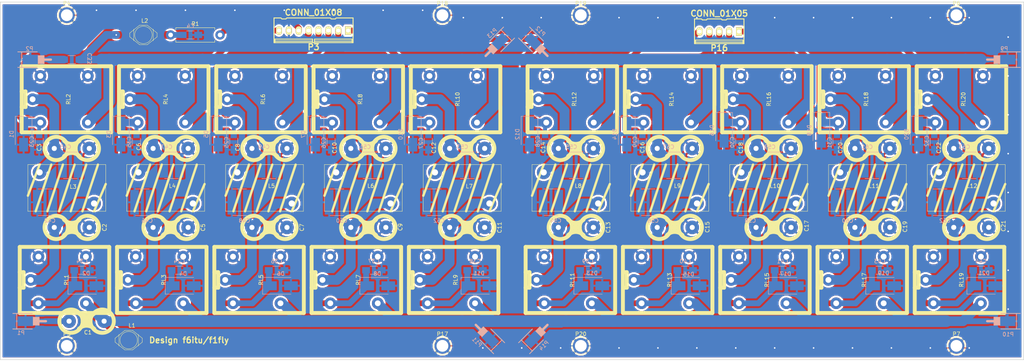
<source format=kicad_pcb>
(kicad_pcb (version 4) (host pcbnew 4.0.6)
  (layers (0 F.Cu signal) (31 B.Cu signal) (34 B.Paste user) (35 F.Paste user) (36 B.SilkS user) (37 F.SilkS user) (38 B.Mask user) (39 F.Mask user) (44 Edge.Cuts user))
  (net 0 "")
  (net 1 "Net-(C1-Pad1)")
  (net 2 "Net-(C1-Pad2)")
  (net 3 "Net-(C2-Pad1)")
  (net 4 GND)
  (net 5 "Net-(C3-Pad1)")
  (net 6 "Net-(C4-Pad2)")
  (net 7 "Net-(C10-Pad1)")
  (net 8 "Net-(C11-Pad1)")
  (net 9 "Net-(C12-Pad1)")
  (net 10 "Net-(C13-Pad1)")
  (net 11 "Net-(C14-Pad1)")
  (net 12 "Net-(C15-Pad1)")
  (net 13 "Net-(C16-Pad1)")
  (net 14 "Net-(C17-Pad1)")
  (net 15 "Net-(C18-Pad1)")
  (net 16 "Net-(C19-Pad1)")
  (net 17 "Net-(C20-Pad1)")
  (net 18 "Net-(C21-Pad1)")
  (net 19 "Net-(C22-Pad1)")
  (net 20 "Net-(C23-Pad2)")
  (net 21 "Net-(C24-Pad2)")
  (net 22 "Net-(C25-Pad2)")
  (net 23 "Net-(C26-Pad2)")
  (net 24 "Net-(C27-Pad2)")
  (net 25 "Net-(C28-Pad2)")
  (net 26 "Net-(C29-Pad2)")
  (net 27 "Net-(C30-Pad2)")
  (net 28 "Net-(C31-Pad2)")
  (net 29 "Net-(C32-Pad2)")
  (net 30 "Net-(C33-Pad1)")
  (net 31 "Net-(C33-Pad2)")
  (net 32 "Net-(P3-Pad8)")
  (net 33 "Net-(C46-Pad2)")
  (net 34 "Net-(C47-Pad2)")
  (net 35 "Net-(C48-Pad2)")
  (net 36 "Net-(C49-Pad2)")
  (net 37 "Net-(C50-Pad2)")
  (module Omron_G5LE:Omron_G5LE (layer F.Cu) (at 242.5 107.5 90)
    (fp_text reference RL17 (at 0 0.5 90) (layer F.SilkS))
    (fp_text value Omron_G5LE)
    (pad 4 thru_hole circle (at 6 5.5 90) (size 3 3) (drill 1.5) (layers *.Cu *.Mask) (net 4 GND))
    (pad 3 thru_hole circle (at -6 5.5 90) (size 3 3) (drill 1.5) (layers *.Cu *.Mask) (net 1 "Net-(C1-Pad1)"))
    (pad 2 thru_hole circle (at -6 -6.7 90) (size 3 3) (drill 1.5) (layers *.Cu *.Mask) (net 28 "Net-(C31-Pad2)"))
    (pad 5 thru_hole circle (at 6 -6.7 90) (size 3 3) (drill 1.5) (layers *.Cu *.Mask) (net 4 GND))
    (pad 1 thru_hole circle (at 0 -8.7 90) (size 3 3) (drill 1.5) (layers *.Cu *.Mask) (net 16 "Net-(C19-Pad1)"))
  )
  (module Omron_G5LE:Omron_G5LE (layer F.Cu) (at 168 61 90)
    (fp_text reference RL12 (at 0 0.5 90) (layer F.SilkS))
    (fp_text value Omron_G5LE)
    (pad 4 thru_hole circle (at 6 5.5 90) (size 3 3) (drill 1.5) (layers *.Cu *.Mask) (net 4 GND))
    (pad 3 thru_hole circle (at -6 5.5 90) (size 3 3) (drill 1.5) (layers *.Cu *.Mask) (net 30 "Net-(C33-Pad1)"))
    (pad 2 thru_hole circle (at -6 -6.7 90) (size 3 3) (drill 1.5) (layers *.Cu *.Mask) (net 25 "Net-(C28-Pad2)"))
    (pad 5 thru_hole circle (at 6 -6.7 90) (size 3 3) (drill 1.5) (layers *.Cu *.Mask) (net 4 GND))
    (pad 1 thru_hole circle (at 0 -8.7 90) (size 3 3) (drill 1.5) (layers *.Cu *.Mask) (net 11 "Net-(C14-Pad1)"))
  )
  (module Connect:1pin (layer F.Cu) (at 38.1 39.37)
    (fp_text reference P4 (at 0 -3.048) (layer F.SilkS))
    (fp_text value CONN_01X01)
    (pad 1 thru_hole circle (at 0 0) (size 4.064 4.064) (drill 3.048) (layers *.Cu *.Mask) (net 4 GND))
  )
  (module Connect:1pin (layer F.Cu) (at 38.1 124.46)
    (fp_text reference P5 (at 0 -3.048) (layer F.SilkS))
    (fp_text value CONN_01X01)
    (pad 1 thru_hole circle (at 0 0) (size 4.064 4.064) (drill 3.048) (layers *.Cu *.Mask) (net 4 GND))
  )
  (module Connect:1pin (layer F.Cu) (at 266.7 39.37)
    (fp_text reference P6 (at 0 -3.048) (layer F.SilkS))
    (fp_text value CONN_01X01)
    (pad 1 thru_hole circle (at 0 0) (size 4.064 4.064) (drill 3.048) (layers *.Cu *.Mask) (net 4 GND))
  )
  (module Connect:1pin (layer F.Cu) (at 266.7 124.46)
    (fp_text reference P7 (at 0 -3.048) (layer F.SilkS))
    (fp_text value CONN_01X01)
    (pad 1 thru_hole circle (at 0 0) (size 4.064 4.064) (drill 3.048) (layers *.Cu *.Mask) (net 4 GND))
  )
  (module Connect:1pin (layer F.Cu) (at 134.62 124.46)
    (fp_text reference P17 (at 0 -3.048) (layer F.SilkS))
    (fp_text value CONN_01X01)
    (pad 1 thru_hole circle (at 0 0) (size 4.064 4.064) (drill 3.048) (layers *.Cu *.Mask) (net 4 GND))
  )
  (module Connect:1pin (layer F.Cu) (at 134.62 39.37)
    (fp_text reference P18 (at 0 -3.048) (layer F.SilkS))
    (fp_text value CONN_01X01)
    (pad 1 thru_hole circle (at 0 0) (size 4.064 4.064) (drill 3.048) (layers *.Cu *.Mask) (net 4 GND))
  )
  (module Connect:1pin (layer F.Cu) (at 170.18 39.37)
    (fp_text reference P19 (at 0 -3.048) (layer F.SilkS))
    (fp_text value CONN_01X01)
    (pad 1 thru_hole circle (at 0 0) (size 4.064 4.064) (drill 3.048) (layers *.Cu *.Mask) (net 4 GND))
  )
  (module Connect:1pin (layer F.Cu) (at 170.18 124.46)
    (fp_text reference P20 (at 0 -3.048) (layer F.SilkS))
    (fp_text value CONN_01X01)
    (pad 1 thru_hole circle (at 0 0) (size 4.064 4.064) (drill 3.048) (layers *.Cu *.Mask) (net 4 GND))
  )
  (module T80_60_V:T60_80_V (layer F.Cu) (at 38.1 83.82)
    (fp_text reference L3 (at 1.6 -0.32) (layer F.SilkS))
    (fp_text value 10m-b)
    (pad 1 thru_hole circle (at -7 -4) (size 3.5 3.5) (drill 1.6) (layers *.Cu *.Mask) (net 5 "Net-(C3-Pad1)"))
    (pad 2 thru_hole circle (at 7 4) (size 3.5 3.5) (drill 1.6) (layers *.Cu *.Mask) (net 3 "Net-(C2-Pad1)"))
  )
  (module T80_60_V:T60_80_V (layer F.Cu) (at 63.5 83.82)
    (fp_text reference L4 (at 1.7 -0.52) (layer F.SilkS))
    (fp_text value 10m-a)
    (pad 1 thru_hole circle (at -7 -4) (size 3.5 3.5) (drill 1.6) (layers *.Cu *.Mask) (net 34 "Net-(C47-Pad2)"))
    (pad 2 thru_hole circle (at 7 4) (size 3.5 3.5) (drill 1.6) (layers *.Cu *.Mask) (net 33 "Net-(C46-Pad2)"))
  )
  (module T80_60_V:T60_80_V (layer F.Cu) (at 88.9 83.82)
    (fp_text reference L5 (at 1.8 -0.52) (layer F.SilkS))
    (fp_text value 12m)
    (pad 1 thru_hole circle (at -7 -4) (size 3.5 3.5) (drill 1.6) (layers *.Cu *.Mask) (net 36 "Net-(C49-Pad2)"))
    (pad 2 thru_hole circle (at 7 4) (size 3.5 3.5) (drill 1.6) (layers *.Cu *.Mask) (net 35 "Net-(C48-Pad2)"))
  )
  (module T80_60_V:T60_80_V (layer F.Cu) (at 114.3 83.82)
    (fp_text reference L6 (at 1.9 -0.52) (layer F.SilkS))
    (fp_text value 15m)
    (pad 1 thru_hole circle (at -7 -4) (size 3.5 3.5) (drill 1.6) (layers *.Cu *.Mask) (net 7 "Net-(C10-Pad1)"))
    (pad 2 thru_hole circle (at 7 4) (size 3.5 3.5) (drill 1.6) (layers *.Cu *.Mask) (net 37 "Net-(C50-Pad2)"))
  )
  (module T80_60_V:T60_80_V (layer F.Cu) (at 139.7 83.82)
    (fp_text reference L7 (at 1.8 -0.42) (layer F.SilkS))
    (fp_text value 17m)
    (pad 1 thru_hole circle (at -7 -4) (size 3.5 3.5) (drill 1.6) (layers *.Cu *.Mask) (net 9 "Net-(C12-Pad1)"))
    (pad 2 thru_hole circle (at 7 4) (size 3.5 3.5) (drill 1.6) (layers *.Cu *.Mask) (net 8 "Net-(C11-Pad1)"))
  )
  (module T80_60_V:T60_80_V (layer F.Cu) (at 167.64 83.82)
    (fp_text reference L8 (at 1.86 -0.52) (layer F.SilkS))
    (fp_text value 20m)
    (pad 1 thru_hole circle (at -7 -4) (size 3.5 3.5) (drill 1.6) (layers *.Cu *.Mask) (net 11 "Net-(C14-Pad1)"))
    (pad 2 thru_hole circle (at 7 4) (size 3.5 3.5) (drill 1.6) (layers *.Cu *.Mask) (net 10 "Net-(C13-Pad1)"))
  )
  (module T80_60_V:T60_80_V (layer F.Cu) (at 193.04 83.82)
    (fp_text reference L9 (at 1.96 -0.52) (layer F.SilkS))
    (fp_text value 30m)
    (pad 1 thru_hole circle (at -7 -4) (size 3.5 3.5) (drill 1.6) (layers *.Cu *.Mask) (net 13 "Net-(C16-Pad1)"))
    (pad 2 thru_hole circle (at 7 4) (size 3.5 3.5) (drill 1.6) (layers *.Cu *.Mask) (net 12 "Net-(C15-Pad1)"))
  )
  (module T80_60_V:T60_80_V (layer F.Cu) (at 218.44 83.82)
    (fp_text reference L10 (at 1.66 -0.52) (layer F.SilkS))
    (fp_text value 40m)
    (pad 1 thru_hole circle (at -7 -4) (size 3.5 3.5) (drill 1.6) (layers *.Cu *.Mask) (net 15 "Net-(C18-Pad1)"))
    (pad 2 thru_hole circle (at 7 4) (size 3.5 3.5) (drill 1.6) (layers *.Cu *.Mask) (net 14 "Net-(C17-Pad1)"))
  )
  (module T80_60_V:T60_80_V (layer F.Cu) (at 243.84 83.82)
    (fp_text reference L11 (at 1.66 -0.52) (layer F.SilkS))
    (fp_text value 80m)
    (pad 1 thru_hole circle (at -7 -4) (size 3.5 3.5) (drill 1.6) (layers *.Cu *.Mask) (net 17 "Net-(C20-Pad1)"))
    (pad 2 thru_hole circle (at 7 4) (size 3.5 3.5) (drill 1.6) (layers *.Cu *.Mask) (net 16 "Net-(C19-Pad1)"))
  )
  (module T80_60_V:T60_80_V (layer F.Cu) (at 269.24 83.82)
    (fp_text reference L12 (at 1.46 -0.52) (layer F.SilkS))
    (fp_text value 160m)
    (pad 1 thru_hole circle (at -7 -4) (size 3.5 3.5) (drill 1.6) (layers *.Cu *.Mask) (net 19 "Net-(C22-Pad1)"))
    (pad 2 thru_hole circle (at 7 4) (size 3.5 3.5) (drill 1.6) (layers *.Cu *.Mask) (net 18 "Net-(C21-Pad1)"))
  )
  (module Wurt_1mH:Wurt_1mH (layer F.Cu) (at 54 123 270)
    (fp_text reference L1 (at -3.76 -0.83 540) (layer F.SilkS))
    (fp_text value 1mH)
    (pad 1 smd rect (at 0 -3 270) (size 3.6 1.6) (layers F.Cu F.Paste F.Mask) (net 4 GND))
    (pad 2 smd rect (at 0 3 270) (size 3.6 1.6) (layers F.Cu F.Paste F.Mask) (net 1 "Net-(C1-Pad1)"))
  )
  (module Wurt_1mH:Wurt_1mH (layer F.Cu) (at 57.785 44.45 90)
    (fp_text reference L2 (at 3.65 0.315 180) (layer F.SilkS))
    (fp_text value 1mH)
    (pad 1 smd rect (at 0 -3 90) (size 3.6 1.6) (layers F.Cu F.Paste F.Mask) (net 30 "Net-(C33-Pad1)"))
    (pad 2 smd rect (at 0 3 90) (size 3.6 1.6) (layers F.Cu F.Paste F.Mask) (net 6 "Net-(C4-Pad2)"))
  )
  (module Diodes_SMD:D_SMB_Handsoldering (layer B.Cu) (at 27 70 270)
    (fp_text reference D1 (at 0 3.1 270) (layer B.SilkS) (effects (justify mirror)))
    (fp_text value diode)
    (pad 1 smd rect (at -2.7 0 270) (size 3.5 2.3) (layers B.Cu B.Paste B.Mask) (net 20 "Net-(C23-Pad2)"))
    (pad 2 smd rect (at 2.7 0 270) (size 3.5 2.3) (layers B.Cu B.Paste B.Mask) (net 4 GND))
  )
  (module Diodes_SMD:D_SMB_Handsoldering (layer B.Cu) (at 43 109)
    (fp_text reference D2 (at 0.08 -3.21) (layer B.SilkS) (effects (justify mirror)))
    (fp_text value diode)
    (pad 1 smd rect (at -2.7 0) (size 3.5 2.3) (layers B.Cu B.Paste B.Mask) (net 20 "Net-(C23-Pad2)"))
    (pad 2 smd rect (at 2.7 0) (size 3.5 2.3) (layers B.Cu B.Paste B.Mask) (net 4 GND))
  )
  (module Diodes_SMD:D_SMB_Handsoldering (layer B.Cu) (at 52 70 270)
    (fp_text reference D3 (at 0 3.1 270) (layer B.SilkS) (effects (justify mirror)))
    (fp_text value diode)
    (pad 1 smd rect (at -2.7 0 270) (size 3.5 2.3) (layers B.Cu B.Paste B.Mask) (net 21 "Net-(C24-Pad2)"))
    (pad 2 smd rect (at 2.7 0 270) (size 3.5 2.3) (layers B.Cu B.Paste B.Mask) (net 4 GND))
  )
  (module Diodes_SMD:D_SMB_Handsoldering (layer B.Cu) (at 68 109)
    (fp_text reference D4 (at -0.02 -3.11) (layer B.SilkS) (effects (justify mirror)))
    (fp_text value diode)
    (pad 1 smd rect (at -2.7 0) (size 3.5 2.3) (layers B.Cu B.Paste B.Mask) (net 21 "Net-(C24-Pad2)"))
    (pad 2 smd rect (at 2.7 0) (size 3.5 2.3) (layers B.Cu B.Paste B.Mask) (net 4 GND))
  )
  (module Diodes_SMD:D_SMB_Handsoldering (layer B.Cu) (at 77 70 270)
    (fp_text reference D5 (at 0 3.1 270) (layer B.SilkS) (effects (justify mirror)))
    (fp_text value diode)
    (pad 1 smd rect (at -2.7 0 270) (size 3.5 2.3) (layers B.Cu B.Paste B.Mask) (net 22 "Net-(C25-Pad2)"))
    (pad 2 smd rect (at 2.7 0 270) (size 3.5 2.3) (layers B.Cu B.Paste B.Mask) (net 4 GND))
  )
  (module Diodes_SMD:D_SMB_Handsoldering (layer B.Cu) (at 93 109)
    (fp_text reference D6 (at 0.08 -3.11) (layer B.SilkS) (effects (justify mirror)))
    (fp_text value diode)
    (pad 1 smd rect (at -2.7 0) (size 3.5 2.3) (layers B.Cu B.Paste B.Mask) (net 22 "Net-(C25-Pad2)"))
    (pad 2 smd rect (at 2.7 0) (size 3.5 2.3) (layers B.Cu B.Paste B.Mask) (net 4 GND))
  )
  (module Diodes_SMD:D_SMB_Handsoldering (layer B.Cu) (at 102 70 270)
    (fp_text reference D7 (at 0 3.1 270) (layer B.SilkS) (effects (justify mirror)))
    (fp_text value diode)
    (pad 1 smd rect (at -2.7 0 270) (size 3.5 2.3) (layers B.Cu B.Paste B.Mask) (net 23 "Net-(C26-Pad2)"))
    (pad 2 smd rect (at 2.7 0 270) (size 3.5 2.3) (layers B.Cu B.Paste B.Mask) (net 4 GND))
  )
  (module Diodes_SMD:D_SMB_Handsoldering (layer B.Cu) (at 118 109)
    (fp_text reference D8 (at -0.12 -3.11) (layer B.SilkS) (effects (justify mirror)))
    (fp_text value diode)
    (pad 1 smd rect (at -2.7 0) (size 3.5 2.3) (layers B.Cu B.Paste B.Mask) (net 23 "Net-(C26-Pad2)"))
    (pad 2 smd rect (at 2.7 0) (size 3.5 2.3) (layers B.Cu B.Paste B.Mask) (net 4 GND))
  )
  (module Diodes_SMD:D_SMB_Handsoldering (layer B.Cu) (at 127 70 270)
    (fp_text reference D10 (at 0 3.1 270) (layer B.SilkS) (effects (justify mirror)))
    (fp_text value diode)
    (pad 1 smd rect (at -2.7 0 270) (size 3.5 2.3) (layers B.Cu B.Paste B.Mask) (net 24 "Net-(C27-Pad2)"))
    (pad 2 smd rect (at 2.7 0 270) (size 3.5 2.3) (layers B.Cu B.Paste B.Mask) (net 4 GND))
  )
  (module Diodes_SMD:D_SMB_Handsoldering (layer B.Cu) (at 144 109)
    (fp_text reference D11 (at 0.01 -3.21) (layer B.SilkS) (effects (justify mirror)))
    (fp_text value diode)
    (pad 1 smd rect (at -2.7 0) (size 3.5 2.3) (layers B.Cu B.Paste B.Mask) (net 24 "Net-(C27-Pad2)"))
    (pad 2 smd rect (at 2.7 0) (size 3.5 2.3) (layers B.Cu B.Paste B.Mask) (net 4 GND))
  )
  (module Diodes_SMD:D_SMB_Handsoldering (layer B.Cu) (at 157 70 270)
    (fp_text reference D12 (at 0 3.1 270) (layer B.SilkS) (effects (justify mirror)))
    (fp_text value diode)
    (pad 1 smd rect (at -2.7 0 270) (size 3.5 2.3) (layers B.Cu B.Paste B.Mask) (net 25 "Net-(C28-Pad2)"))
    (pad 2 smd rect (at 2.7 0 270) (size 3.5 2.3) (layers B.Cu B.Paste B.Mask) (net 4 GND))
  )
  (module Diodes_SMD:D_SMB_Handsoldering (layer B.Cu) (at 173 109)
    (fp_text reference D13 (at 0.08 -3.25) (layer B.SilkS) (effects (justify mirror)))
    (fp_text value diode)
    (pad 1 smd rect (at -2.7 0) (size 3.5 2.3) (layers B.Cu B.Paste B.Mask) (net 25 "Net-(C28-Pad2)"))
    (pad 2 smd rect (at 2.7 0) (size 3.5 2.3) (layers B.Cu B.Paste B.Mask) (net 4 GND))
  )
  (module Diodes_SMD:D_SMB_Handsoldering (layer B.Cu) (at 182 70 270)
    (fp_text reference D14 (at 0 3.1 270) (layer B.SilkS) (effects (justify mirror)))
    (fp_text value diode)
    (pad 1 smd rect (at -2.7 0 270) (size 3.5 2.3) (layers B.Cu B.Paste B.Mask) (net 26 "Net-(C29-Pad2)"))
    (pad 2 smd rect (at 2.7 0 270) (size 3.5 2.3) (layers B.Cu B.Paste B.Mask) (net 4 GND))
  )
  (module Diodes_SMD:D_SMB_Handsoldering (layer B.Cu) (at 198 109)
    (fp_text reference D15 (at -0.12 -2.95) (layer B.SilkS) (effects (justify mirror)))
    (fp_text value diode)
    (pad 1 smd rect (at -2.7 0) (size 3.5 2.3) (layers B.Cu B.Paste B.Mask) (net 26 "Net-(C29-Pad2)"))
    (pad 2 smd rect (at 2.7 0) (size 3.5 2.3) (layers B.Cu B.Paste B.Mask) (net 4 GND))
  )
  (module Diodes_SMD:D_SMB_Handsoldering (layer B.Cu) (at 207 69 270)
    (fp_text reference D16 (at 0 3.1 270) (layer B.SilkS) (effects (justify mirror)))
    (fp_text value diode)
    (pad 1 smd rect (at -2.7 0 270) (size 3.5 2.3) (layers B.Cu B.Paste B.Mask) (net 27 "Net-(C30-Pad2)"))
    (pad 2 smd rect (at 2.7 0 270) (size 3.5 2.3) (layers B.Cu B.Paste B.Mask) (net 4 GND))
  )
  (module Diodes_SMD:D_SMB_Handsoldering (layer B.Cu) (at 223 109)
    (fp_text reference D17 (at -0.22 -3.05) (layer B.SilkS) (effects (justify mirror)))
    (fp_text value diode)
    (pad 1 smd rect (at -2.7 0) (size 3.5 2.3) (layers B.Cu B.Paste B.Mask) (net 27 "Net-(C30-Pad2)"))
    (pad 2 smd rect (at 2.7 0) (size 3.5 2.3) (layers B.Cu B.Paste B.Mask) (net 4 GND))
  )
  (module Diodes_SMD:D_SMB_Handsoldering (layer B.Cu) (at 232 69 270)
    (fp_text reference D18 (at 0 3.1 270) (layer B.SilkS) (effects (justify mirror)))
    (fp_text value diode)
    (pad 1 smd rect (at -2.7 0 270) (size 3.5 2.3) (layers B.Cu B.Paste B.Mask) (net 28 "Net-(C31-Pad2)"))
    (pad 2 smd rect (at 2.7 0 270) (size 3.5 2.3) (layers B.Cu B.Paste B.Mask) (net 4 GND))
  )
  (module Diodes_SMD:D_SMB_Handsoldering (layer B.Cu) (at 248 109)
    (fp_text reference D19 (at -0.02 -3.25) (layer B.SilkS) (effects (justify mirror)))
    (fp_text value diode)
    (pad 1 smd rect (at -2.7 0) (size 3.5 2.3) (layers B.Cu B.Paste B.Mask) (net 28 "Net-(C31-Pad2)"))
    (pad 2 smd rect (at 2.7 0) (size 3.5 2.3) (layers B.Cu B.Paste B.Mask) (net 4 GND))
  )
  (module Diodes_SMD:D_SMB_Handsoldering (layer B.Cu) (at 257 70 270)
    (fp_text reference D20 (at 0 3.1 270) (layer B.SilkS) (effects (justify mirror)))
    (fp_text value diode)
    (pad 1 smd rect (at -2.7 0 270) (size 3.5 2.3) (layers B.Cu B.Paste B.Mask) (net 29 "Net-(C32-Pad2)"))
    (pad 2 smd rect (at 2.7 0 270) (size 3.5 2.3) (layers B.Cu B.Paste B.Mask) (net 4 GND))
  )
  (module Diodes_SMD:D_SMB_Handsoldering (layer B.Cu) (at 274 109)
    (fp_text reference D21 (at -0.22 -3.25) (layer B.SilkS) (effects (justify mirror)))
    (fp_text value diode)
    (pad 1 smd rect (at -2.7 0) (size 3.5 2.3) (layers B.Cu B.Paste B.Mask) (net 29 "Net-(C32-Pad2)"))
    (pad 2 smd rect (at 2.7 0) (size 3.5 2.3) (layers B.Cu B.Paste B.Mask) (net 4 GND))
  )
  (module Coax_2mm:coax_2mm (layer B.Cu) (at 30.48 118.11 180)
    (fp_text reference P1 (at 4.18 -2.99 180) (layer B.SilkS) (effects (justify mirror)))
    (fp_text value "BNC Output")
    (pad 2 smd rect (at 3 0 180) (size 4 2.5) (layers B.Cu B.Paste B.Mask) (net 4 GND))
    (pad 1 smd rect (at -2 0 180) (size 3 1.3) (layers B.Cu B.Paste B.Mask) (net 2 "Net-(C1-Pad2)"))
  )
  (module Coax_2mm:coax_2mm (layer B.Cu) (at 31.75 50.8 180)
    (fp_text reference P2 (at 3.25 2.8 180) (layer B.SilkS) (effects (justify mirror)))
    (fp_text value "BNC Input")
    (pad 2 smd rect (at 3 0 180) (size 4 2.5) (layers B.Cu B.Paste B.Mask) (net 4 GND))
    (pad 1 smd rect (at -2 0 180) (size 3 1.3) (layers B.Cu B.Paste B.Mask) (net 31 "Net-(C33-Pad2)"))
  )
  (module Coax_2mm:coax_2mm (layer B.Cu) (at 276.86 50.8)
    (fp_text reference P9 (at 2.14 -2.8) (layer B.SilkS) (effects (justify mirror)))
    (fp_text value BNC)
    (pad 2 smd rect (at 3 0) (size 4 2.5) (layers B.Cu B.Paste B.Mask) (net 4 GND))
    (pad 1 smd rect (at -2 0) (size 3 1.3) (layers B.Cu B.Paste B.Mask) (net 30 "Net-(C33-Pad1)"))
  )
  (module Coax_2mm:coax_2mm (layer B.Cu) (at 276.86 118.11)
    (fp_text reference P10 (at 3.14 3.39) (layer B.SilkS) (effects (justify mirror)))
    (fp_text value BNC)
    (pad 2 smd rect (at 3 0) (size 4 2.5) (layers B.Cu B.Paste B.Mask) (net 4 GND))
    (pad 1 smd rect (at -2 0) (size 3 1.3) (layers B.Cu B.Paste B.Mask) (net 1 "Net-(C1-Pad1)"))
  )
  (module Coax_2mm:coax_2mm (layer B.Cu) (at 144.78 120.65 315)
    (fp_text reference P11 (at 1.110158 2.920351 315) (layer B.SilkS) (effects (justify mirror)))
    (fp_text value BNC)
    (pad 2 smd rect (at 3 0 315) (size 4 2.5) (layers B.Cu B.Paste B.Mask) (net 4 GND))
    (pad 1 smd rect (at -2 0 315) (size 3 1.3) (layers B.Cu B.Paste B.Mask) (net 1 "Net-(C1-Pad1)"))
  )
  (module Coax_2mm:coax_2mm (layer B.Cu) (at 160.02 48.26 135)
    (fp_text reference P12 (at 3.521392 3.210265 135) (layer B.SilkS) (effects (justify mirror)))
    (fp_text value BNC)
    (pad 2 smd rect (at 3 0 135) (size 4 2.5) (layers B.Cu B.Paste B.Mask) (net 4 GND))
    (pad 1 smd rect (at -2 0 135) (size 3 1.3) (layers B.Cu B.Paste B.Mask) (net 30 "Net-(C33-Pad1)"))
  )
  (module Coax_2mm:coax_2mm (layer B.Cu) (at 147.32 48.26 45)
    (fp_text reference P13 (at 3.068843 -2.955706 45) (layer B.SilkS) (effects (justify mirror)))
    (fp_text value BNC)
    (pad 2 smd rect (at 3 0 45) (size 4 2.5) (layers B.Cu B.Paste B.Mask) (net 4 GND))
    (pad 1 smd rect (at -2 0 45) (size 3 1.3) (layers B.Cu B.Paste B.Mask) (net 30 "Net-(C33-Pad1)"))
  )
  (module Coax_2mm:coax_2mm (layer B.Cu) (at 160.02 120.65 225)
    (fp_text reference P14 (at 2.170818 -3.132483 225) (layer B.SilkS) (effects (justify mirror)))
    (fp_text value BNC)
    (pad 2 smd rect (at 3 0 225) (size 4 2.5) (layers B.Cu B.Paste B.Mask) (net 4 GND))
    (pad 1 smd rect (at -2 0 225) (size 3 1.3) (layers B.Cu B.Paste B.Mask) (net 1 "Net-(C1-Pad1)"))
  )
  (module Capacitors_SMD:C_1206_HandSoldering (layer B.Cu) (at 31 72 90)
    (fp_text reference C23 (at 0.1 -1.89 90) (layer B.SilkS) (effects (justify mirror)))
    (fp_text value 100n)
    (pad 1 smd rect (at -2 0 90) (size 2 1.6) (layers B.Cu B.Paste B.Mask) (net 4 GND))
    (pad 2 smd rect (at 2 0 90) (size 2 1.6) (layers B.Cu B.Paste B.Mask) (net 20 "Net-(C23-Pad2)"))
  )
  (module Capacitors_SMD:C_1206_HandSoldering (layer B.Cu) (at 67 105 180)
    (fp_text reference C24 (at 0 2.3 180) (layer B.SilkS) (effects (justify mirror)))
    (fp_text value 100n)
    (pad 1 smd rect (at -2 0 180) (size 2 1.6) (layers B.Cu B.Paste B.Mask) (net 4 GND))
    (pad 2 smd rect (at 2 0 180) (size 2 1.6) (layers B.Cu B.Paste B.Mask) (net 21 "Net-(C24-Pad2)"))
  )
  (module Capacitors_SMD:C_1206_HandSoldering (layer B.Cu) (at 81 72 90)
    (fp_text reference C25 (at -0.1 -1.89 90) (layer B.SilkS) (effects (justify mirror)))
    (fp_text value 100n)
    (pad 1 smd rect (at -2 0 90) (size 2 1.6) (layers B.Cu B.Paste B.Mask) (net 4 GND))
    (pad 2 smd rect (at 2 0 90) (size 2 1.6) (layers B.Cu B.Paste B.Mask) (net 22 "Net-(C25-Pad2)"))
  )
  (module Capacitors_SMD:C_1206_HandSoldering (layer B.Cu) (at 106 72 90)
    (fp_text reference C26 (at -0.2 -1.89 90) (layer B.SilkS) (effects (justify mirror)))
    (fp_text value 100n)
    (pad 1 smd rect (at -2 0 90) (size 2 1.6) (layers B.Cu B.Paste B.Mask) (net 4 GND))
    (pad 2 smd rect (at 2 0 90) (size 2 1.6) (layers B.Cu B.Paste B.Mask) (net 23 "Net-(C26-Pad2)"))
  )
  (module Capacitors_SMD:C_1206_HandSoldering (layer B.Cu) (at 131 72 90)
    (fp_text reference C27 (at -0.3 -1.89 90) (layer B.SilkS) (effects (justify mirror)))
    (fp_text value 100n)
    (pad 1 smd rect (at -2 0 90) (size 2 1.6) (layers B.Cu B.Paste B.Mask) (net 4 GND))
    (pad 2 smd rect (at 2 0 90) (size 2 1.6) (layers B.Cu B.Paste B.Mask) (net 24 "Net-(C27-Pad2)"))
  )
  (module Capacitors_SMD:C_1206_HandSoldering (layer B.Cu) (at 161 72 90)
    (fp_text reference C28 (at 0.14 -1.89 90) (layer B.SilkS) (effects (justify mirror)))
    (fp_text value 100n)
    (pad 1 smd rect (at -2 0 90) (size 2 1.6) (layers B.Cu B.Paste B.Mask) (net 4 GND))
    (pad 2 smd rect (at 2 0 90) (size 2 1.6) (layers B.Cu B.Paste B.Mask) (net 25 "Net-(C28-Pad2)"))
  )
  (module Capacitors_SMD:C_1206_HandSoldering (layer B.Cu) (at 186 72 90)
    (fp_text reference C29 (at 0.04 -1.89 90) (layer B.SilkS) (effects (justify mirror)))
    (fp_text value 100n)
    (pad 1 smd rect (at -2 0 90) (size 2 1.6) (layers B.Cu B.Paste B.Mask) (net 4 GND))
    (pad 2 smd rect (at 2 0 90) (size 2 1.6) (layers B.Cu B.Paste B.Mask) (net 26 "Net-(C29-Pad2)"))
  )
  (module Capacitors_SMD:C_1206_HandSoldering (layer B.Cu) (at 211 72 90)
    (fp_text reference C30 (at -0.06 -1.89 90) (layer B.SilkS) (effects (justify mirror)))
    (fp_text value 100n)
    (pad 1 smd rect (at -2 0 90) (size 2 1.6) (layers B.Cu B.Paste B.Mask) (net 4 GND))
    (pad 2 smd rect (at 2 0 90) (size 2 1.6) (layers B.Cu B.Paste B.Mask) (net 27 "Net-(C30-Pad2)"))
  )
  (module Capacitors_SMD:C_1206_HandSoldering (layer B.Cu) (at 236 72 90)
    (fp_text reference C31 (at -0.16 -1.89 90) (layer B.SilkS) (effects (justify mirror)))
    (fp_text value 100n)
    (pad 1 smd rect (at -2 0 90) (size 2 1.6) (layers B.Cu B.Paste B.Mask) (net 4 GND))
    (pad 2 smd rect (at 2 0 90) (size 2 1.6) (layers B.Cu B.Paste B.Mask) (net 28 "Net-(C31-Pad2)"))
  )
  (module Capacitors_SMD:C_1206_HandSoldering (layer B.Cu) (at 261 72 90)
    (fp_text reference C32 (at 0.24 -1.89 90) (layer B.SilkS) (effects (justify mirror)))
    (fp_text value 100n)
    (pad 1 smd rect (at -2 0 90) (size 2 1.6) (layers B.Cu B.Paste B.Mask) (net 4 GND))
    (pad 2 smd rect (at 2 0 90) (size 2 1.6) (layers B.Cu B.Paste B.Mask) (net 29 "Net-(C32-Pad2)"))
  )
  (module Capacitors_SMD:C_1206_HandSoldering (layer B.Cu) (at 39.37 50.8 180)
    (fp_text reference C33 (at -4.63 0.3 270) (layer B.SilkS) (effects (justify mirror)))
    (fp_text value "100nF 100V")
    (pad 1 smd rect (at -2 0 180) (size 2 1.6) (layers B.Cu B.Paste B.Mask) (net 30 "Net-(C33-Pad1)"))
    (pad 2 smd rect (at 2 0 180) (size 2 1.6) (layers B.Cu B.Paste B.Mask) (net 31 "Net-(C33-Pad2)"))
  )
  (module Capacitors_SMD:C_1206_HandSoldering (layer B.Cu) (at 42 105 180)
    (fp_text reference C34 (at 0 2.3 180) (layer B.SilkS) (effects (justify mirror)))
    (fp_text value 100n)
    (pad 1 smd rect (at -2 0 180) (size 2 1.6) (layers B.Cu B.Paste B.Mask) (net 4 GND))
    (pad 2 smd rect (at 2 0 180) (size 2 1.6) (layers B.Cu B.Paste B.Mask) (net 20 "Net-(C23-Pad2)"))
  )
  (module Capacitors_SMD:C_1206_HandSoldering (layer B.Cu) (at 56 72 90)
    (fp_text reference C35 (at 0 -1.89 90) (layer B.SilkS) (effects (justify mirror)))
    (fp_text value 100n)
    (pad 1 smd rect (at -2 0 90) (size 2 1.6) (layers B.Cu B.Paste B.Mask) (net 4 GND))
    (pad 2 smd rect (at 2 0 90) (size 2 1.6) (layers B.Cu B.Paste B.Mask) (net 21 "Net-(C24-Pad2)"))
  )
  (module Capacitors_SMD:C_1206_HandSoldering (layer B.Cu) (at 92 105 180)
    (fp_text reference C36 (at 0 2.3 180) (layer B.SilkS) (effects (justify mirror)))
    (fp_text value 100n)
    (pad 1 smd rect (at -2 0 180) (size 2 1.6) (layers B.Cu B.Paste B.Mask) (net 4 GND))
    (pad 2 smd rect (at 2 0 180) (size 2 1.6) (layers B.Cu B.Paste B.Mask) (net 22 "Net-(C25-Pad2)"))
  )
  (module Capacitors_SMD:C_1206_HandSoldering (layer B.Cu) (at 117 105 180)
    (fp_text reference C37 (at 0 2.3 180) (layer B.SilkS) (effects (justify mirror)))
    (fp_text value 100n)
    (pad 1 smd rect (at -2 0 180) (size 2 1.6) (layers B.Cu B.Paste B.Mask) (net 4 GND))
    (pad 2 smd rect (at 2 0 180) (size 2 1.6) (layers B.Cu B.Paste B.Mask) (net 23 "Net-(C26-Pad2)"))
  )
  (module Capacitors_SMD:C_1206_HandSoldering (layer B.Cu) (at 143 105 180)
    (fp_text reference C38 (at 0 2.3 180) (layer B.SilkS) (effects (justify mirror)))
    (fp_text value 100n)
    (pad 1 smd rect (at -2 0 180) (size 2 1.6) (layers B.Cu B.Paste B.Mask) (net 4 GND))
    (pad 2 smd rect (at 2 0 180) (size 2 1.6) (layers B.Cu B.Paste B.Mask) (net 24 "Net-(C27-Pad2)"))
  )
  (module Capacitors_SMD:C_1206_HandSoldering (layer B.Cu) (at 172 105 180)
    (fp_text reference C39 (at 0 2.3 180) (layer B.SilkS) (effects (justify mirror)))
    (fp_text value 100n)
    (pad 1 smd rect (at -2 0 180) (size 2 1.6) (layers B.Cu B.Paste B.Mask) (net 4 GND))
    (pad 2 smd rect (at 2 0 180) (size 2 1.6) (layers B.Cu B.Paste B.Mask) (net 25 "Net-(C28-Pad2)"))
  )
  (module Capacitors_SMD:C_1206_HandSoldering (layer B.Cu) (at 197 105 180)
    (fp_text reference C40 (at 0 2.3 180) (layer B.SilkS) (effects (justify mirror)))
    (fp_text value 100n)
    (pad 1 smd rect (at -2 0 180) (size 2 1.6) (layers B.Cu B.Paste B.Mask) (net 4 GND))
    (pad 2 smd rect (at 2 0 180) (size 2 1.6) (layers B.Cu B.Paste B.Mask) (net 26 "Net-(C29-Pad2)"))
  )
  (module Capacitors_SMD:C_1206_HandSoldering (layer B.Cu) (at 222 105 180)
    (fp_text reference C41 (at 0 2.3 180) (layer B.SilkS) (effects (justify mirror)))
    (fp_text value 100n)
    (pad 1 smd rect (at -2 0 180) (size 2 1.6) (layers B.Cu B.Paste B.Mask) (net 4 GND))
    (pad 2 smd rect (at 2 0 180) (size 2 1.6) (layers B.Cu B.Paste B.Mask) (net 27 "Net-(C30-Pad2)"))
  )
  (module Capacitors_SMD:C_1206_HandSoldering (layer B.Cu) (at 247 105 180)
    (fp_text reference C43 (at 0 2.3 180) (layer B.SilkS) (effects (justify mirror)))
    (fp_text value 100n)
    (pad 1 smd rect (at -2 0 180) (size 2 1.6) (layers B.Cu B.Paste B.Mask) (net 4 GND))
    (pad 2 smd rect (at 2 0 180) (size 2 1.6) (layers B.Cu B.Paste B.Mask) (net 28 "Net-(C31-Pad2)"))
  )
  (module Capacitors_SMD:C_1206_HandSoldering (layer B.Cu) (at 273 105 180)
    (fp_text reference C44 (at 0 2.3 180) (layer B.SilkS) (effects (justify mirror)))
    (fp_text value 100n)
    (pad 1 smd rect (at -2 0 180) (size 2 1.6) (layers B.Cu B.Paste B.Mask) (net 4 GND))
    (pad 2 smd rect (at 2 0 180) (size 2 1.6) (layers B.Cu B.Paste B.Mask) (net 29 "Net-(C32-Pad2)"))
  )
  (module Silver_Mica:silver_mica (layer F.Cu) (at 43.18 118.11 180)
    (fp_text reference C1 (at -0.32 -2.89 180) (layer F.SilkS))
    (fp_text value 10n/1kV)
    (pad 1 thru_hole circle (at -4.5 0 180) (size 3.5 3.5) (drill 1.3) (layers *.Cu *.Mask) (net 1 "Net-(C1-Pad1)"))
    (pad 2 thru_hole circle (at 4.5 0 180) (size 3.5 3.5) (drill 1.3) (layers *.Cu *.Mask) (net 2 "Net-(C1-Pad2)"))
  )
  (module Silver_Mica:silver_mica (layer F.Cu) (at 39.37 93.98)
    (fp_text reference C2 (at 8.43 0.02 90) (layer F.SilkS))
    (fp_text value C)
    (pad 1 thru_hole circle (at -4.5 0) (size 3.5 3.5) (drill 1.3) (layers *.Cu *.Mask) (net 3 "Net-(C2-Pad1)"))
    (pad 2 thru_hole circle (at 4.5 0) (size 3.5 3.5) (drill 1.3) (layers *.Cu *.Mask) (net 4 GND))
  )
  (module Silver_Mica:silver_mica (layer F.Cu) (at 39.37 73.66)
    (fp_text reference C3 (at -8.37 -0.26 90) (layer F.SilkS))
    (fp_text value C)
    (pad 1 thru_hole circle (at -4.5 0) (size 3.5 3.5) (drill 1.3) (layers *.Cu *.Mask) (net 5 "Net-(C3-Pad1)"))
    (pad 2 thru_hole circle (at 4.5 0) (size 3.5 3.5) (drill 1.3) (layers *.Cu *.Mask) (net 4 GND))
  )
  (module Silver_Mica:silver_mica (layer F.Cu) (at 64.77 93.98)
    (fp_text reference C5 (at 8.33 0.02 90) (layer F.SilkS))
    (fp_text value C)
    (pad 1 thru_hole circle (at -4.5 0) (size 3.5 3.5) (drill 1.3) (layers *.Cu *.Mask) (net 33 "Net-(C46-Pad2)"))
    (pad 2 thru_hole circle (at 4.5 0) (size 3.5 3.5) (drill 1.3) (layers *.Cu *.Mask) (net 4 GND))
  )
  (module Silver_Mica:silver_mica (layer F.Cu) (at 64.77 73.66)
    (fp_text reference C6 (at -8.17 -0.46 90) (layer F.SilkS))
    (fp_text value C)
    (pad 1 thru_hole circle (at -4.5 0) (size 3.5 3.5) (drill 1.3) (layers *.Cu *.Mask) (net 34 "Net-(C47-Pad2)"))
    (pad 2 thru_hole circle (at 4.5 0) (size 3.5 3.5) (drill 1.3) (layers *.Cu *.Mask) (net 4 GND))
  )
  (module Silver_Mica:silver_mica (layer F.Cu) (at 90.17 93.98)
    (fp_text reference C7 (at 8.33 0.02 90) (layer F.SilkS))
    (fp_text value C)
    (pad 1 thru_hole circle (at -4.5 0) (size 3.5 3.5) (drill 1.3) (layers *.Cu *.Mask) (net 35 "Net-(C48-Pad2)"))
    (pad 2 thru_hole circle (at 4.5 0) (size 3.5 3.5) (drill 1.3) (layers *.Cu *.Mask) (net 4 GND))
  )
  (module Silver_Mica:silver_mica (layer F.Cu) (at 90.17 73.66)
    (fp_text reference C8 (at -8.17 -0.26 90) (layer F.SilkS))
    (fp_text value C)
    (pad 1 thru_hole circle (at -4.5 0) (size 3.5 3.5) (drill 1.3) (layers *.Cu *.Mask) (net 36 "Net-(C49-Pad2)"))
    (pad 2 thru_hole circle (at 4.5 0) (size 3.5 3.5) (drill 1.3) (layers *.Cu *.Mask) (net 4 GND))
  )
  (module Silver_Mica:silver_mica (layer F.Cu) (at 115.57 93.98)
    (fp_text reference C9 (at 8.23 -0.08 90) (layer F.SilkS))
    (fp_text value C)
    (pad 1 thru_hole circle (at -4.5 0) (size 3.5 3.5) (drill 1.3) (layers *.Cu *.Mask) (net 37 "Net-(C50-Pad2)"))
    (pad 2 thru_hole circle (at 4.5 0) (size 3.5 3.5) (drill 1.3) (layers *.Cu *.Mask) (net 4 GND))
  )
  (module Silver_Mica:silver_mica (layer F.Cu) (at 115.57 73.66)
    (fp_text reference C10 (at -8.67 -0.16 90) (layer F.SilkS))
    (fp_text value C)
    (pad 1 thru_hole circle (at -4.5 0) (size 3.5 3.5) (drill 1.3) (layers *.Cu *.Mask) (net 7 "Net-(C10-Pad1)"))
    (pad 2 thru_hole circle (at 4.5 0) (size 3.5 3.5) (drill 1.3) (layers *.Cu *.Mask) (net 4 GND))
  )
  (module Silver_Mica:silver_mica (layer F.Cu) (at 140.97 93.98)
    (fp_text reference C11 (at 8.33 0.02 90) (layer F.SilkS))
    (fp_text value C)
    (pad 1 thru_hole circle (at -4.5 0) (size 3.5 3.5) (drill 1.3) (layers *.Cu *.Mask) (net 8 "Net-(C11-Pad1)"))
    (pad 2 thru_hole circle (at 4.5 0) (size 3.5 3.5) (drill 1.3) (layers *.Cu *.Mask) (net 4 GND))
  )
  (module Silver_Mica:silver_mica (layer F.Cu) (at 140.97 73.66)
    (fp_text reference C12 (at -8.57 -0.16 90) (layer F.SilkS))
    (fp_text value C)
    (pad 1 thru_hole circle (at -4.5 0) (size 3.5 3.5) (drill 1.3) (layers *.Cu *.Mask) (net 9 "Net-(C12-Pad1)"))
    (pad 2 thru_hole circle (at 4.5 0) (size 3.5 3.5) (drill 1.3) (layers *.Cu *.Mask) (net 4 GND))
  )
  (module Silver_Mica:silver_mica (layer F.Cu) (at 168.91 93.98)
    (fp_text reference C13 (at 8.29 0.02 90) (layer F.SilkS))
    (fp_text value C)
    (pad 1 thru_hole circle (at -4.5 0) (size 3.5 3.5) (drill 1.3) (layers *.Cu *.Mask) (net 10 "Net-(C13-Pad1)"))
    (pad 2 thru_hole circle (at 4.5 0) (size 3.5 3.5) (drill 1.3) (layers *.Cu *.Mask) (net 4 GND))
  )
  (module Silver_Mica:silver_mica (layer F.Cu) (at 168.91 73.66)
    (fp_text reference C14 (at -8.41 -0.26 90) (layer F.SilkS))
    (fp_text value C)
    (pad 1 thru_hole circle (at -4.5 0) (size 3.5 3.5) (drill 1.3) (layers *.Cu *.Mask) (net 11 "Net-(C14-Pad1)"))
    (pad 2 thru_hole circle (at 4.5 0) (size 3.5 3.5) (drill 1.3) (layers *.Cu *.Mask) (net 4 GND))
  )
  (module Silver_Mica:silver_mica (layer F.Cu) (at 194.31 93.98)
    (fp_text reference C15 (at 8.39 -0.08 90) (layer F.SilkS))
    (fp_text value C)
    (pad 1 thru_hole circle (at -4.5 0) (size 3.5 3.5) (drill 1.3) (layers *.Cu *.Mask) (net 12 "Net-(C15-Pad1)"))
    (pad 2 thru_hole circle (at 4.5 0) (size 3.5 3.5) (drill 1.3) (layers *.Cu *.Mask) (net 4 GND))
  )
  (module Silver_Mica:silver_mica (layer F.Cu) (at 194.31 73.66)
    (fp_text reference C16 (at -8.31 -0.26 90) (layer F.SilkS))
    (fp_text value C)
    (pad 1 thru_hole circle (at -4.5 0) (size 3.5 3.5) (drill 1.3) (layers *.Cu *.Mask) (net 13 "Net-(C16-Pad1)"))
    (pad 2 thru_hole circle (at 4.5 0) (size 3.5 3.5) (drill 1.3) (layers *.Cu *.Mask) (net 4 GND))
  )
  (module Silver_Mica:silver_mica (layer F.Cu) (at 219.71 93.98)
    (fp_text reference C17 (at 8.49 -0.38 90) (layer F.SilkS))
    (fp_text value C)
    (pad 1 thru_hole circle (at -4.5 0) (size 3.5 3.5) (drill 1.3) (layers *.Cu *.Mask) (net 14 "Net-(C17-Pad1)"))
    (pad 2 thru_hole circle (at 4.5 0) (size 3.5 3.5) (drill 1.3) (layers *.Cu *.Mask) (net 4 GND))
  )
  (module Silver_Mica:silver_mica (layer F.Cu) (at 219.71 73.66)
    (fp_text reference C18 (at -8.41 -0.16 90) (layer F.SilkS))
    (fp_text value C)
    (pad 1 thru_hole circle (at -4.5 0) (size 3.5 3.5) (drill 1.3) (layers *.Cu *.Mask) (net 15 "Net-(C18-Pad1)"))
    (pad 2 thru_hole circle (at 4.5 0) (size 3.5 3.5) (drill 1.3) (layers *.Cu *.Mask) (net 4 GND))
  )
  (module Silver_Mica:silver_mica (layer F.Cu) (at 245.11 93.98)
    (fp_text reference C19 (at 8.39 -0.18 90) (layer F.SilkS))
    (fp_text value C)
    (pad 1 thru_hole circle (at -4.5 0) (size 3.5 3.5) (drill 1.3) (layers *.Cu *.Mask) (net 16 "Net-(C19-Pad1)"))
    (pad 2 thru_hole circle (at 4.5 0) (size 3.5 3.5) (drill 1.3) (layers *.Cu *.Mask) (net 4 GND))
  )
  (module Silver_Mica:silver_mica (layer F.Cu) (at 245.11 73.66)
    (fp_text reference C20 (at -8.21 -0.16 90) (layer F.SilkS))
    (fp_text value C)
    (pad 1 thru_hole circle (at -4.5 0) (size 3.5 3.5) (drill 1.3) (layers *.Cu *.Mask) (net 17 "Net-(C20-Pad1)"))
    (pad 2 thru_hole circle (at 4.5 0) (size 3.5 3.5) (drill 1.3) (layers *.Cu *.Mask) (net 4 GND))
  )
  (module Silver_Mica:silver_mica (layer F.Cu) (at 270.51 93.98)
    (fp_text reference C21 (at 8.29 -0.38 90) (layer F.SilkS))
    (fp_text value C)
    (pad 1 thru_hole circle (at -4.5 0) (size 3.5 3.5) (drill 1.3) (layers *.Cu *.Mask) (net 18 "Net-(C21-Pad1)"))
    (pad 2 thru_hole circle (at 4.5 0) (size 3.5 3.5) (drill 1.3) (layers *.Cu *.Mask) (net 4 GND))
  )
  (module Silver_Mica:silver_mica (layer F.Cu) (at 270.51 73.66)
    (fp_text reference C22 (at -8.31 -0.16 90) (layer F.SilkS))
    (fp_text value C)
    (pad 1 thru_hole circle (at -4.5 0) (size 3.5 3.5) (drill 1.3) (layers *.Cu *.Mask) (net 19 "Net-(C22-Pad1)"))
    (pad 2 thru_hole circle (at 4.5 0) (size 3.5 3.5) (drill 1.3) (layers *.Cu *.Mask) (net 4 GND))
  )
  (module Capacitors_SMD:C_1206_HandSoldering (layer B.Cu) (at 69.85 44.45 180)
    (fp_text reference C4 (at 0 2.3 180) (layer B.SilkS) (effects (justify mirror)))
    (fp_text value 100n)
    (pad 1 smd rect (at -2 0 180) (size 2 1.6) (layers B.Cu B.Paste B.Mask) (net 4 GND))
    (pad 2 smd rect (at 2 0 180) (size 2 1.6) (layers B.Cu B.Paste B.Mask) (net 6 "Net-(C4-Pad2)"))
  )
  (module Resistors_THT:R_Axial_DIN0411_L9.9mm_D3.6mm_P12.70mm_Horizontal (layer F.Cu) (at 64.77 44.45)
    (fp_text reference R1 (at 6.35 -2.86) (layer F.SilkS))
    (fp_text value 500-1/4W)
    (pad 1 thru_hole circle (at 0 0) (size 2.4 2.4) (drill 1.2) (layers *.Cu *.Mask) (net 6 "Net-(C4-Pad2)"))
    (pad 2 thru_hole oval (at 12.7 0) (size 2.4 2.4) (drill 1.2) (layers *.Cu *.Mask) (net 32 "Net-(P3-Pad8)"))
  )
  (module conn_kk100:kk100_22-23-2081 (layer F.Cu) (at 101.5 43.25 180)
    (fp_text reference P3 (at 0 -4.318 180) (layer F.SilkS) (effects (font (thickness 0.3048))))
    (fp_text value CONN_01X08 (at 0 4.56946 180) (layer F.SilkS) (effects (font (thickness 0.3048))))
    (pad 7 thru_hole oval (at 6.35 -0.0762 180) (size 1.524 2.1971) (drill 1.016) (layers *.Cu *.Mask F.SilkS) (net 4 GND))
    (pad 5 thru_hole oval (at 1.27 -0.0762 180) (size 1.524 2.1971) (drill 1.016) (layers *.Cu *.Mask F.SilkS) (net 21 "Net-(C24-Pad2)"))
    (pad 4 thru_hole oval (at -1.27 -0.0762 180) (size 1.524 2.1971) (drill 1.016) (layers *.Cu *.Mask F.SilkS) (net 22 "Net-(C25-Pad2)"))
    (pad 3 thru_hole oval (at -3.81 -0.0762 180) (size 1.524 2.1971) (drill 1.016) (layers *.Cu *.Mask F.SilkS) (net 23 "Net-(C26-Pad2)"))
    (pad 8 thru_hole oval (at 8.89 -0.0762 180) (size 1.524 2.1971) (drill 1.016) (layers *.Cu *.Mask F.SilkS) (net 32 "Net-(P3-Pad8)"))
    (pad 6 thru_hole oval (at 3.81 -0.0762 180) (size 1.524 2.1971) (drill 1.016) (layers *.Cu *.Mask F.SilkS) (net 20 "Net-(C23-Pad2)"))
    (pad 1 thru_hole rect (at -8.89 -0.0762 180) (size 1.524 2.1971) (drill 1.016) (layers *.Cu *.Mask F.SilkS) (net 25 "Net-(C28-Pad2)"))
    (pad 2 thru_hole oval (at -6.35 -0.0762 180) (size 1.524 2.1971) (drill 1.016) (layers *.Cu *.Mask F.SilkS) (net 24 "Net-(C27-Pad2)"))
  )
  (module conn_kk100:kk100_22-23-2051 (layer F.Cu) (at 205.75 43.5 180)
    (fp_text reference P16 (at 0 -4.318 180) (layer F.SilkS) (effects (font (thickness 0.3048))))
    (fp_text value CONN_01X05 (at 0 4.56946 180) (layer F.SilkS) (effects (font (thickness 0.3048))))
    (pad 3 thru_hole oval (at 0 -0.0762 180) (size 1.524 2.1971) (drill 1.016) (layers *.Cu *.Mask F.SilkS) (net 27 "Net-(C30-Pad2)"))
    (pad 5 thru_hole oval (at 5.08 -0.0762 180) (size 1.524 2.1971) (drill 1.016) (layers *.Cu *.Mask F.SilkS) (net 25 "Net-(C28-Pad2)"))
    (pad 4 thru_hole oval (at 2.54 -0.0762 180) (size 1.524 2.1971) (drill 1.016) (layers *.Cu *.Mask F.SilkS) (net 26 "Net-(C29-Pad2)"))
    (pad 1 thru_hole rect (at -5.08 -0.0762 180) (size 1.524 2.1971) (drill 1.016) (layers *.Cu *.Mask F.SilkS) (net 29 "Net-(C32-Pad2)"))
    (pad 2 thru_hole oval (at -2.54 -0.0762 180) (size 1.524 2.1971) (drill 1.016) (layers *.Cu *.Mask F.SilkS) (net 28 "Net-(C31-Pad2)"))
  )
  (module Omron_G5LE:Omron_G5LE (layer F.Cu) (at 37.5 107.5 90)
    (fp_text reference RL1 (at 0 0.5 90) (layer F.SilkS))
    (fp_text value Omron_G5LE)
    (pad 4 thru_hole circle (at 6 5.5 90) (size 3 3) (drill 1.5) (layers *.Cu *.Mask) (net 4 GND))
    (pad 3 thru_hole circle (at -6 5.5 90) (size 3 3) (drill 1.5) (layers *.Cu *.Mask) (net 1 "Net-(C1-Pad1)"))
    (pad 2 thru_hole circle (at -6 -6.7 90) (size 3 3) (drill 1.5) (layers *.Cu *.Mask) (net 20 "Net-(C23-Pad2)"))
    (pad 5 thru_hole circle (at 6 -6.7 90) (size 3 3) (drill 1.5) (layers *.Cu *.Mask) (net 4 GND))
    (pad 1 thru_hole circle (at 0 -8.7 90) (size 3 3) (drill 1.5) (layers *.Cu *.Mask) (net 3 "Net-(C2-Pad1)"))
  )
  (module Omron_G5LE:Omron_G5LE (layer F.Cu) (at 38 61 90)
    (fp_text reference RL2 (at 0 0.5 90) (layer F.SilkS))
    (fp_text value Omron_G5LE)
    (pad 4 thru_hole circle (at 6 5.5 90) (size 3 3) (drill 1.5) (layers *.Cu *.Mask) (net 4 GND))
    (pad 3 thru_hole circle (at -6 5.5 90) (size 3 3) (drill 1.5) (layers *.Cu *.Mask) (net 30 "Net-(C33-Pad1)"))
    (pad 2 thru_hole circle (at -6 -6.7 90) (size 3 3) (drill 1.5) (layers *.Cu *.Mask) (net 20 "Net-(C23-Pad2)"))
    (pad 5 thru_hole circle (at 6 -6.7 90) (size 3 3) (drill 1.5) (layers *.Cu *.Mask) (net 4 GND))
    (pad 1 thru_hole circle (at 0 -8.7 90) (size 3 3) (drill 1.5) (layers *.Cu *.Mask) (net 5 "Net-(C3-Pad1)"))
  )
  (module Omron_G5LE:Omron_G5LE (layer F.Cu) (at 62.5 107.5 90)
    (fp_text reference RL3 (at 0 0.5 90) (layer F.SilkS))
    (fp_text value Omron_G5LE)
    (pad 4 thru_hole circle (at 6 5.5 90) (size 3 3) (drill 1.5) (layers *.Cu *.Mask) (net 4 GND))
    (pad 3 thru_hole circle (at -6 5.5 90) (size 3 3) (drill 1.5) (layers *.Cu *.Mask) (net 1 "Net-(C1-Pad1)"))
    (pad 2 thru_hole circle (at -6 -6.7 90) (size 3 3) (drill 1.5) (layers *.Cu *.Mask) (net 21 "Net-(C24-Pad2)"))
    (pad 5 thru_hole circle (at 6 -6.7 90) (size 3 3) (drill 1.5) (layers *.Cu *.Mask) (net 4 GND))
    (pad 1 thru_hole circle (at 0 -8.7 90) (size 3 3) (drill 1.5) (layers *.Cu *.Mask) (net 33 "Net-(C46-Pad2)"))
  )
  (module Omron_G5LE:Omron_G5LE (layer F.Cu) (at 63 61 90)
    (fp_text reference RL4 (at 0 0.5 90) (layer F.SilkS))
    (fp_text value Omron_G5LE)
    (pad 4 thru_hole circle (at 6 5.5 90) (size 3 3) (drill 1.5) (layers *.Cu *.Mask) (net 4 GND))
    (pad 3 thru_hole circle (at -6 5.5 90) (size 3 3) (drill 1.5) (layers *.Cu *.Mask) (net 30 "Net-(C33-Pad1)"))
    (pad 2 thru_hole circle (at -6 -6.7 90) (size 3 3) (drill 1.5) (layers *.Cu *.Mask) (net 21 "Net-(C24-Pad2)"))
    (pad 5 thru_hole circle (at 6 -6.7 90) (size 3 3) (drill 1.5) (layers *.Cu *.Mask) (net 4 GND))
    (pad 1 thru_hole circle (at 0 -8.7 90) (size 3 3) (drill 1.5) (layers *.Cu *.Mask) (net 34 "Net-(C47-Pad2)"))
  )
  (module Omron_G5LE:Omron_G5LE (layer F.Cu) (at 87.5 107.5 90)
    (fp_text reference RL5 (at 0 0.5 90) (layer F.SilkS))
    (fp_text value Omron_G5LE)
    (pad 4 thru_hole circle (at 6 5.5 90) (size 3 3) (drill 1.5) (layers *.Cu *.Mask) (net 4 GND))
    (pad 3 thru_hole circle (at -6 5.5 90) (size 3 3) (drill 1.5) (layers *.Cu *.Mask) (net 1 "Net-(C1-Pad1)"))
    (pad 2 thru_hole circle (at -6 -6.7 90) (size 3 3) (drill 1.5) (layers *.Cu *.Mask) (net 22 "Net-(C25-Pad2)"))
    (pad 5 thru_hole circle (at 6 -6.7 90) (size 3 3) (drill 1.5) (layers *.Cu *.Mask) (net 4 GND))
    (pad 1 thru_hole circle (at 0 -8.7 90) (size 3 3) (drill 1.5) (layers *.Cu *.Mask) (net 35 "Net-(C48-Pad2)"))
  )
  (module Omron_G5LE:Omron_G5LE (layer F.Cu) (at 88 61 90)
    (fp_text reference RL6 (at 0 0.5 90) (layer F.SilkS))
    (fp_text value Omron_G5LE)
    (pad 4 thru_hole circle (at 6 5.5 90) (size 3 3) (drill 1.5) (layers *.Cu *.Mask) (net 4 GND))
    (pad 3 thru_hole circle (at -6 5.5 90) (size 3 3) (drill 1.5) (layers *.Cu *.Mask) (net 30 "Net-(C33-Pad1)"))
    (pad 2 thru_hole circle (at -6 -6.7 90) (size 3 3) (drill 1.5) (layers *.Cu *.Mask) (net 22 "Net-(C25-Pad2)"))
    (pad 5 thru_hole circle (at 6 -6.7 90) (size 3 3) (drill 1.5) (layers *.Cu *.Mask) (net 4 GND))
    (pad 1 thru_hole circle (at 0 -8.7 90) (size 3 3) (drill 1.5) (layers *.Cu *.Mask) (net 36 "Net-(C49-Pad2)"))
  )
  (module Omron_G5LE:Omron_G5LE (layer F.Cu) (at 112.5 107.5 90)
    (fp_text reference RL7 (at 0 0.5 90) (layer F.SilkS))
    (fp_text value Omron_G5LE)
    (pad 4 thru_hole circle (at 6 5.5 90) (size 3 3) (drill 1.5) (layers *.Cu *.Mask) (net 4 GND))
    (pad 3 thru_hole circle (at -6 5.5 90) (size 3 3) (drill 1.5) (layers *.Cu *.Mask) (net 1 "Net-(C1-Pad1)"))
    (pad 2 thru_hole circle (at -6 -6.7 90) (size 3 3) (drill 1.5) (layers *.Cu *.Mask) (net 23 "Net-(C26-Pad2)"))
    (pad 5 thru_hole circle (at 6 -6.7 90) (size 3 3) (drill 1.5) (layers *.Cu *.Mask) (net 4 GND))
    (pad 1 thru_hole circle (at 0 -8.7 90) (size 3 3) (drill 1.5) (layers *.Cu *.Mask) (net 37 "Net-(C50-Pad2)"))
  )
  (module Omron_G5LE:Omron_G5LE (layer F.Cu) (at 113 61 90)
    (fp_text reference RL8 (at 0 0.5 90) (layer F.SilkS))
    (fp_text value Omron_G5LE)
    (pad 4 thru_hole circle (at 6 5.5 90) (size 3 3) (drill 1.5) (layers *.Cu *.Mask) (net 4 GND))
    (pad 3 thru_hole circle (at -6 5.5 90) (size 3 3) (drill 1.5) (layers *.Cu *.Mask) (net 30 "Net-(C33-Pad1)"))
    (pad 2 thru_hole circle (at -6 -6.7 90) (size 3 3) (drill 1.5) (layers *.Cu *.Mask) (net 23 "Net-(C26-Pad2)"))
    (pad 5 thru_hole circle (at 6 -6.7 90) (size 3 3) (drill 1.5) (layers *.Cu *.Mask) (net 4 GND))
    (pad 1 thru_hole circle (at 0 -8.7 90) (size 3 3) (drill 1.5) (layers *.Cu *.Mask) (net 7 "Net-(C10-Pad1)"))
  )
  (module Omron_G5LE:Omron_G5LE (layer F.Cu) (at 137.5 107.5 90)
    (fp_text reference RL9 (at 0 0.5 90) (layer F.SilkS))
    (fp_text value Omron_G5LE)
    (pad 4 thru_hole circle (at 6 5.5 90) (size 3 3) (drill 1.5) (layers *.Cu *.Mask) (net 4 GND))
    (pad 3 thru_hole circle (at -6 5.5 90) (size 3 3) (drill 1.5) (layers *.Cu *.Mask) (net 1 "Net-(C1-Pad1)"))
    (pad 2 thru_hole circle (at -6 -6.7 90) (size 3 3) (drill 1.5) (layers *.Cu *.Mask) (net 24 "Net-(C27-Pad2)"))
    (pad 5 thru_hole circle (at 6 -6.7 90) (size 3 3) (drill 1.5) (layers *.Cu *.Mask) (net 4 GND))
    (pad 1 thru_hole circle (at 0 -8.7 90) (size 3 3) (drill 1.5) (layers *.Cu *.Mask) (net 8 "Net-(C11-Pad1)"))
  )
  (module Omron_G5LE:Omron_G5LE (layer F.Cu) (at 138 61 90)
    (fp_text reference RL10 (at 0 0.5 90) (layer F.SilkS))
    (fp_text value Omron_G5LE)
    (pad 4 thru_hole circle (at 6 5.5 90) (size 3 3) (drill 1.5) (layers *.Cu *.Mask) (net 4 GND))
    (pad 3 thru_hole circle (at -6 5.5 90) (size 3 3) (drill 1.5) (layers *.Cu *.Mask) (net 30 "Net-(C33-Pad1)"))
    (pad 2 thru_hole circle (at -6 -6.7 90) (size 3 3) (drill 1.5) (layers *.Cu *.Mask) (net 24 "Net-(C27-Pad2)"))
    (pad 5 thru_hole circle (at 6 -6.7 90) (size 3 3) (drill 1.5) (layers *.Cu *.Mask) (net 4 GND))
    (pad 1 thru_hole circle (at 0 -8.7 90) (size 3 3) (drill 1.5) (layers *.Cu *.Mask) (net 9 "Net-(C12-Pad1)"))
  )
  (module Omron_G5LE:Omron_G5LE (layer F.Cu) (at 167.5 107.5 90)
    (fp_text reference RL11 (at 0 0.5 90) (layer F.SilkS))
    (fp_text value Omron_G5LE)
    (pad 4 thru_hole circle (at 6 5.5 90) (size 3 3) (drill 1.5) (layers *.Cu *.Mask) (net 4 GND))
    (pad 3 thru_hole circle (at -6 5.5 90) (size 3 3) (drill 1.5) (layers *.Cu *.Mask) (net 1 "Net-(C1-Pad1)"))
    (pad 2 thru_hole circle (at -6 -6.7 90) (size 3 3) (drill 1.5) (layers *.Cu *.Mask) (net 25 "Net-(C28-Pad2)"))
    (pad 5 thru_hole circle (at 6 -6.7 90) (size 3 3) (drill 1.5) (layers *.Cu *.Mask) (net 4 GND))
    (pad 1 thru_hole circle (at 0 -8.7 90) (size 3 3) (drill 1.5) (layers *.Cu *.Mask) (net 10 "Net-(C13-Pad1)"))
  )
  (module Omron_G5LE:Omron_G5LE (layer F.Cu) (at 192.5 107.5 90)
    (fp_text reference RL13 (at 0 0.5 90) (layer F.SilkS))
    (fp_text value Omron_G5LE)
    (pad 4 thru_hole circle (at 6 5.5 90) (size 3 3) (drill 1.5) (layers *.Cu *.Mask) (net 4 GND))
    (pad 3 thru_hole circle (at -6 5.5 90) (size 3 3) (drill 1.5) (layers *.Cu *.Mask) (net 1 "Net-(C1-Pad1)"))
    (pad 2 thru_hole circle (at -6 -6.7 90) (size 3 3) (drill 1.5) (layers *.Cu *.Mask) (net 26 "Net-(C29-Pad2)"))
    (pad 5 thru_hole circle (at 6 -6.7 90) (size 3 3) (drill 1.5) (layers *.Cu *.Mask) (net 4 GND))
    (pad 1 thru_hole circle (at 0 -8.7 90) (size 3 3) (drill 1.5) (layers *.Cu *.Mask) (net 12 "Net-(C15-Pad1)"))
  )
  (module Omron_G5LE:Omron_G5LE (layer F.Cu) (at 193 61 90)
    (fp_text reference RL14 (at 0 0.5 90) (layer F.SilkS))
    (fp_text value Omron_G5LE)
    (pad 4 thru_hole circle (at 6 5.5 90) (size 3 3) (drill 1.5) (layers *.Cu *.Mask) (net 4 GND))
    (pad 3 thru_hole circle (at -6 5.5 90) (size 3 3) (drill 1.5) (layers *.Cu *.Mask) (net 30 "Net-(C33-Pad1)"))
    (pad 2 thru_hole circle (at -6 -6.7 90) (size 3 3) (drill 1.5) (layers *.Cu *.Mask) (net 26 "Net-(C29-Pad2)"))
    (pad 5 thru_hole circle (at 6 -6.7 90) (size 3 3) (drill 1.5) (layers *.Cu *.Mask) (net 4 GND))
    (pad 1 thru_hole circle (at 0 -8.7 90) (size 3 3) (drill 1.5) (layers *.Cu *.Mask) (net 13 "Net-(C16-Pad1)"))
  )
  (module Omron_G5LE:Omron_G5LE (layer F.Cu) (at 217.5 107.5 90)
    (fp_text reference RL15 (at 0 0.5 90) (layer F.SilkS))
    (fp_text value Omron_G5LE)
    (pad 4 thru_hole circle (at 6 5.5 90) (size 3 3) (drill 1.5) (layers *.Cu *.Mask) (net 4 GND))
    (pad 3 thru_hole circle (at -6 5.5 90) (size 3 3) (drill 1.5) (layers *.Cu *.Mask) (net 1 "Net-(C1-Pad1)"))
    (pad 2 thru_hole circle (at -6 -6.7 90) (size 3 3) (drill 1.5) (layers *.Cu *.Mask) (net 27 "Net-(C30-Pad2)"))
    (pad 5 thru_hole circle (at 6 -6.7 90) (size 3 3) (drill 1.5) (layers *.Cu *.Mask) (net 4 GND))
    (pad 1 thru_hole circle (at 0 -8.7 90) (size 3 3) (drill 1.5) (layers *.Cu *.Mask) (net 14 "Net-(C17-Pad1)"))
  )
  (module Omron_G5LE:Omron_G5LE (layer F.Cu) (at 218 61 90)
    (fp_text reference RL16 (at 0 0.5 90) (layer F.SilkS))
    (fp_text value Omron_G5LE)
    (pad 4 thru_hole circle (at 6 5.5 90) (size 3 3) (drill 1.5) (layers *.Cu *.Mask) (net 4 GND))
    (pad 3 thru_hole circle (at -6 5.5 90) (size 3 3) (drill 1.5) (layers *.Cu *.Mask) (net 30 "Net-(C33-Pad1)"))
    (pad 2 thru_hole circle (at -6 -6.7 90) (size 3 3) (drill 1.5) (layers *.Cu *.Mask) (net 27 "Net-(C30-Pad2)"))
    (pad 5 thru_hole circle (at 6 -6.7 90) (size 3 3) (drill 1.5) (layers *.Cu *.Mask) (net 4 GND))
    (pad 1 thru_hole circle (at 0 -8.7 90) (size 3 3) (drill 1.5) (layers *.Cu *.Mask) (net 15 "Net-(C18-Pad1)"))
  )
  (module Omron_G5LE:Omron_G5LE (layer F.Cu) (at 243 61 90)
    (fp_text reference RL18 (at 0 0.5 90) (layer F.SilkS))
    (fp_text value Omron_G5LE)
    (pad 4 thru_hole circle (at 6 5.5 90) (size 3 3) (drill 1.5) (layers *.Cu *.Mask) (net 4 GND))
    (pad 3 thru_hole circle (at -6 5.5 90) (size 3 3) (drill 1.5) (layers *.Cu *.Mask) (net 30 "Net-(C33-Pad1)"))
    (pad 2 thru_hole circle (at -6 -6.7 90) (size 3 3) (drill 1.5) (layers *.Cu *.Mask) (net 28 "Net-(C31-Pad2)"))
    (pad 5 thru_hole circle (at 6 -6.7 90) (size 3 3) (drill 1.5) (layers *.Cu *.Mask) (net 4 GND))
    (pad 1 thru_hole circle (at 0 -8.7 90) (size 3 3) (drill 1.5) (layers *.Cu *.Mask) (net 17 "Net-(C20-Pad1)"))
  )
  (module Omron_G5LE:Omron_G5LE (layer F.Cu) (at 267.5 107.5 90)
    (fp_text reference RL19 (at 0 0.5 90) (layer F.SilkS))
    (fp_text value Omron_G5LE)
    (pad 4 thru_hole circle (at 6 5.5 90) (size 3 3) (drill 1.5) (layers *.Cu *.Mask) (net 4 GND))
    (pad 3 thru_hole circle (at -6 5.5 90) (size 3 3) (drill 1.5) (layers *.Cu *.Mask) (net 1 "Net-(C1-Pad1)"))
    (pad 2 thru_hole circle (at -6 -6.7 90) (size 3 3) (drill 1.5) (layers *.Cu *.Mask) (net 29 "Net-(C32-Pad2)"))
    (pad 5 thru_hole circle (at 6 -6.7 90) (size 3 3) (drill 1.5) (layers *.Cu *.Mask) (net 4 GND))
    (pad 1 thru_hole circle (at 0 -8.7 90) (size 3 3) (drill 1.5) (layers *.Cu *.Mask) (net 18 "Net-(C21-Pad1)"))
  )
  (module Omron_G5LE:Omron_G5LE (layer F.Cu) (at 268 61 90)
    (fp_text reference RL20 (at 0 0.5 90) (layer F.SilkS))
    (fp_text value Omron_G5LE)
    (pad 4 thru_hole circle (at 6 5.5 90) (size 3 3) (drill 1.5) (layers *.Cu *.Mask) (net 4 GND))
    (pad 3 thru_hole circle (at -6 5.5 90) (size 3 3) (drill 1.5) (layers *.Cu *.Mask) (net 30 "Net-(C33-Pad1)"))
    (pad 2 thru_hole circle (at -6 -6.7 90) (size 3 3) (drill 1.5) (layers *.Cu *.Mask) (net 29 "Net-(C32-Pad2)"))
    (pad 5 thru_hole circle (at 6 -6.7 90) (size 3 3) (drill 1.5) (layers *.Cu *.Mask) (net 4 GND))
    (pad 1 thru_hole circle (at 0 -8.7 90) (size 3 3) (drill 1.5) (layers *.Cu *.Mask) (net 19 "Net-(C22-Pad1)"))
  )
  (module ATC_B:Capacitors_ATC_B_HandSoldering (layer B.Cu) (at 32.5 87.5)
    (fp_text reference C42 (at 1.24 4.74) (layer B.SilkS) (effects (justify mirror)))
    (fp_text value C_Small)
    (pad 1 smd rect (at -2 0) (size 2.2 6.35) (layers B.Cu B.Paste B.Mask) (net 4 GND))
    (pad 2 smd rect (at 2 0) (size 2.2 6.35) (layers B.Cu B.Paste B.Mask) (net 3 "Net-(C2-Pad1)"))
  )
  (module ATC_B:Capacitors_ATC_B_HandSoldering (layer B.Cu) (at 39 78 180)
    (fp_text reference C45 (at 1.24 4.74 180) (layer B.SilkS) (effects (justify mirror)))
    (fp_text value C_Small)
    (pad 1 smd rect (at -2 0 180) (size 2.2 6.35) (layers B.Cu B.Paste B.Mask) (net 4 GND))
    (pad 2 smd rect (at 2 0 180) (size 2.2 6.35) (layers B.Cu B.Paste B.Mask) (net 5 "Net-(C3-Pad1)"))
  )
  (module ATC_B:Capacitors_ATC_B_HandSoldering (layer B.Cu) (at 57.5 87.5)
    (fp_text reference C46 (at 1.24 4.74) (layer B.SilkS) (effects (justify mirror)))
    (fp_text value C_Small)
    (pad 1 smd rect (at -2 0) (size 2.2 6.35) (layers B.Cu B.Paste B.Mask) (net 4 GND))
    (pad 2 smd rect (at 2 0) (size 2.2 6.35) (layers B.Cu B.Paste B.Mask) (net 33 "Net-(C46-Pad2)"))
  )
  (module ATC_B:Capacitors_ATC_B_HandSoldering (layer B.Cu) (at 65 78 180)
    (fp_text reference C47 (at 1.24 4.74 180) (layer B.SilkS) (effects (justify mirror)))
    (fp_text value C_Small)
    (pad 1 smd rect (at -2 0 180) (size 2.2 6.35) (layers B.Cu B.Paste B.Mask) (net 4 GND))
    (pad 2 smd rect (at 2 0 180) (size 2.2 6.35) (layers B.Cu B.Paste B.Mask) (net 34 "Net-(C47-Pad2)"))
  )
  (module ATC_B:Capacitors_ATC_B_HandSoldering (layer B.Cu) (at 82.5 87.5)
    (fp_text reference C48 (at 1.24 4.74) (layer B.SilkS) (effects (justify mirror)))
    (fp_text value C_Small)
    (pad 1 smd rect (at -2 0) (size 2.2 6.35) (layers B.Cu B.Paste B.Mask) (net 4 GND))
    (pad 2 smd rect (at 2 0) (size 2.2 6.35) (layers B.Cu B.Paste B.Mask) (net 35 "Net-(C48-Pad2)"))
  )
  (module ATC_B:Capacitors_ATC_B_HandSoldering (layer B.Cu) (at 90 78 180)
    (fp_text reference C49 (at 1.24 4.74 180) (layer B.SilkS) (effects (justify mirror)))
    (fp_text value C_Small)
    (pad 1 smd rect (at -2 0 180) (size 2.2 6.35) (layers B.Cu B.Paste B.Mask) (net 4 GND))
    (pad 2 smd rect (at 2 0 180) (size 2.2 6.35) (layers B.Cu B.Paste B.Mask) (net 36 "Net-(C49-Pad2)"))
  )
  (module ATC_B:Capacitors_ATC_B_HandSoldering (layer B.Cu) (at 107.5 87.5)
    (fp_text reference C50 (at 1.24 4.74) (layer B.SilkS) (effects (justify mirror)))
    (fp_text value C_Small)
    (pad 1 smd rect (at -2 0) (size 2.2 6.35) (layers B.Cu B.Paste B.Mask) (net 4 GND))
    (pad 2 smd rect (at 2 0) (size 2.2 6.35) (layers B.Cu B.Paste B.Mask) (net 37 "Net-(C50-Pad2)"))
  )
  (module ATC_B:Capacitors_ATC_B_HandSoldering (layer B.Cu) (at 116 78 180)
    (fp_text reference C51 (at 1.24 4.74 180) (layer B.SilkS) (effects (justify mirror)))
    (fp_text value C_Small)
    (pad 1 smd rect (at -2 0 180) (size 2.2 6.35) (layers B.Cu B.Paste B.Mask) (net 4 GND))
    (pad 2 smd rect (at 2 0 180) (size 2.2 6.35) (layers B.Cu B.Paste B.Mask) (net 7 "Net-(C10-Pad1)"))
  )
  (module ATC_B:Capacitors_ATC_B_HandSoldering (layer B.Cu) (at 132.5 87.5)
    (fp_text reference C52 (at 1.24 4.74) (layer B.SilkS) (effects (justify mirror)))
    (fp_text value C_Small)
    (pad 1 smd rect (at -2 0) (size 2.2 6.35) (layers B.Cu B.Paste B.Mask) (net 4 GND))
    (pad 2 smd rect (at 2 0) (size 2.2 6.35) (layers B.Cu B.Paste B.Mask) (net 8 "Net-(C11-Pad1)"))
  )
  (module ATC_B:Capacitors_ATC_B_HandSoldering (layer B.Cu) (at 141 78 180)
    (fp_text reference C53 (at 1.24 4.74 180) (layer B.SilkS) (effects (justify mirror)))
    (fp_text value C_Small)
    (pad 1 smd rect (at -2 0 180) (size 2.2 6.35) (layers B.Cu B.Paste B.Mask) (net 4 GND))
    (pad 2 smd rect (at 2 0 180) (size 2.2 6.35) (layers B.Cu B.Paste B.Mask) (net 9 "Net-(C12-Pad1)"))
  )
  (module ATC_B:Capacitors_ATC_B_HandSoldering (layer B.Cu) (at 162.5 87.5)
    (fp_text reference C54 (at 1.24 4.74) (layer B.SilkS) (effects (justify mirror)))
    (fp_text value C_Small)
    (pad 1 smd rect (at -2 0) (size 2.2 6.35) (layers B.Cu B.Paste B.Mask) (net 4 GND))
    (pad 2 smd rect (at 2 0) (size 2.2 6.35) (layers B.Cu B.Paste B.Mask) (net 10 "Net-(C13-Pad1)"))
  )
  (module ATC_B:Capacitors_ATC_B_HandSoldering (layer B.Cu) (at 169 78 180)
    (fp_text reference C55 (at 1.24 4.74 180) (layer B.SilkS) (effects (justify mirror)))
    (fp_text value C_Small)
    (pad 1 smd rect (at -2 0 180) (size 2.2 6.35) (layers B.Cu B.Paste B.Mask) (net 4 GND))
    (pad 2 smd rect (at 2 0 180) (size 2.2 6.35) (layers B.Cu B.Paste B.Mask) (net 11 "Net-(C14-Pad1)"))
  )
  (module ATC_B:Capacitors_ATC_B_HandSoldering (layer B.Cu) (at 187.5 87.5)
    (fp_text reference C56 (at 1.24 4.74) (layer B.SilkS) (effects (justify mirror)))
    (fp_text value C_Small)
    (pad 1 smd rect (at -2 0) (size 2.2 6.35) (layers B.Cu B.Paste B.Mask) (net 4 GND))
    (pad 2 smd rect (at 2 0) (size 2.2 6.35) (layers B.Cu B.Paste B.Mask) (net 12 "Net-(C15-Pad1)"))
  )
  (module ATC_B:Capacitors_ATC_B_HandSoldering (layer B.Cu) (at 194 78 180)
    (fp_text reference C57 (at 1.24 4.74 180) (layer B.SilkS) (effects (justify mirror)))
    (fp_text value C_Small)
    (pad 1 smd rect (at -2 0 180) (size 2.2 6.35) (layers B.Cu B.Paste B.Mask) (net 4 GND))
    (pad 2 smd rect (at 2 0 180) (size 2.2 6.35) (layers B.Cu B.Paste B.Mask) (net 13 "Net-(C16-Pad1)"))
  )
  (module ATC_B:Capacitors_ATC_B_HandSoldering (layer B.Cu) (at 212.5 87.5)
    (fp_text reference C58 (at 1.24 4.74) (layer B.SilkS) (effects (justify mirror)))
    (fp_text value C_Small)
    (pad 1 smd rect (at -2 0) (size 2.2 6.35) (layers B.Cu B.Paste B.Mask) (net 4 GND))
    (pad 2 smd rect (at 2 0) (size 2.2 6.35) (layers B.Cu B.Paste B.Mask) (net 14 "Net-(C17-Pad1)"))
  )
  (module ATC_B:Capacitors_ATC_B_HandSoldering (layer B.Cu) (at 220 78 180)
    (fp_text reference C59 (at 1.24 4.74 180) (layer B.SilkS) (effects (justify mirror)))
    (fp_text value C_Small)
    (pad 1 smd rect (at -2 0 180) (size 2.2 6.35) (layers B.Cu B.Paste B.Mask) (net 4 GND))
    (pad 2 smd rect (at 2 0 180) (size 2.2 6.35) (layers B.Cu B.Paste B.Mask) (net 15 "Net-(C18-Pad1)"))
  )
  (module ATC_B:Capacitors_ATC_B_HandSoldering (layer B.Cu) (at 237.5 87.5)
    (fp_text reference C60 (at 1.24 4.74) (layer B.SilkS) (effects (justify mirror)))
    (fp_text value C_Small)
    (pad 1 smd rect (at -2 0) (size 2.2 6.35) (layers B.Cu B.Paste B.Mask) (net 4 GND))
    (pad 2 smd rect (at 2 0) (size 2.2 6.35) (layers B.Cu B.Paste B.Mask) (net 16 "Net-(C19-Pad1)"))
  )
  (module ATC_B:Capacitors_ATC_B_HandSoldering (layer B.Cu) (at 245 78 180)
    (fp_text reference C61 (at 1.24 4.74 180) (layer B.SilkS) (effects (justify mirror)))
    (fp_text value C_Small)
    (pad 1 smd rect (at -2 0 180) (size 2.2 6.35) (layers B.Cu B.Paste B.Mask) (net 4 GND))
    (pad 2 smd rect (at 2 0 180) (size 2.2 6.35) (layers B.Cu B.Paste B.Mask) (net 17 "Net-(C20-Pad1)"))
  )
  (module ATC_B:Capacitors_ATC_B_HandSoldering (layer B.Cu) (at 262.5 87.5)
    (fp_text reference C62 (at 1.24 4.74) (layer B.SilkS) (effects (justify mirror)))
    (fp_text value C_Small)
    (pad 1 smd rect (at -2 0) (size 2.2 6.35) (layers B.Cu B.Paste B.Mask) (net 4 GND))
    (pad 2 smd rect (at 2 0) (size 2.2 6.35) (layers B.Cu B.Paste B.Mask) (net 18 "Net-(C21-Pad1)"))
  )
  (module ATC_B:Capacitors_ATC_B_HandSoldering (layer B.Cu) (at 270 78 180)
    (fp_text reference C63 (at 1.24 4.74 180) (layer B.SilkS) (effects (justify mirror)))
    (fp_text value C_Small)
    (pad 1 smd rect (at -2 0 180) (size 2.2 6.35) (layers B.Cu B.Paste B.Mask) (net 4 GND))
    (pad 2 smd rect (at 2 0 180) (size 2.2 6.35) (layers B.Cu B.Paste B.Mask) (net 19 "Net-(C22-Pad1)"))
  )
  (gr_text "Design f6itu/f1fly" (at 69.5 123) (layer F.SilkS) (effects (font (size 1.5 1.5) (thickness 0.3))))
  (gr_line (start 21 36) (end 21 128) (angle 90) (layer Edge.Cuts) (width 0.15))
  (gr_line (start 284 36) (end 21 36) (angle 90) (layer Edge.Cuts) (width 0.15))
  (gr_line (start 284 128) (end 284 36) (angle 90) (layer Edge.Cuts) (width 0.15))
  (gr_line (start 21 128) (end 284 128) (angle 90) (layer Edge.Cuts) (width 0.15))
  (segment (start 51 123) (end 51 121.43) (width 2) (layer F.Cu) (net 1))
  (segment (start 51 121.43) (end 47.68 118.11) (width 2) (layer F.Cu) (net 1))
  (segment (start 54.5 118.11) (end 47.68 118.11) (width 2.5) (layer B.Cu) (net 1))
  (segment (start 43 113.5) (end 43.07 113.5) (width 2.5) (layer B.Cu) (net 1))
  (segment (start 43.07 113.5) (end 47.68 118.11) (width 2.5) (layer B.Cu) (net 1))
  (segment (start 68 113.5) (end 72.61 118.11) (width 2.5) (layer B.Cu) (net 1))
  (segment (start 73 118) (end 73 118.11) (width 2.5) (layer B.Cu) (net 1))
  (segment (start 72.89 118.11) (end 73 118) (width 2.5) (layer B.Cu) (net 1))
  (segment (start 72.61 118.11) (end 72.89 118.11) (width 2.5) (layer B.Cu) (net 1))
  (segment (start 93 113.5) (end 93.5 113.5) (width 2.5) (layer B.Cu) (net 1))
  (segment (start 93.5 113.5) (end 98.11 118.11) (width 2.5) (layer B.Cu) (net 1))
  (segment (start 118 113.5) (end 122.61 118.11) (width 2.5) (layer B.Cu) (net 1))
  (segment (start 123 117.5) (end 123 118.11) (width 2.5) (layer B.Cu) (net 1))
  (segment (start 122.61 117.89) (end 123 117.5) (width 2.5) (layer B.Cu) (net 1))
  (segment (start 122.61 118.11) (end 122.61 117.89) (width 2.5) (layer B.Cu) (net 1))
  (segment (start 143 113.5) (end 147.61 118.11) (width 2.5) (layer B.Cu) (net 1))
  (segment (start 147.5 118) (end 147.5 118.11) (width 2.5) (layer B.Cu) (net 1))
  (segment (start 147.61 118.11) (end 147.5 118) (width 2.5) (layer B.Cu) (net 1))
  (segment (start 173 113.5) (end 174 113.5) (width 2.5) (layer B.Cu) (net 1))
  (segment (start 174 113.5) (end 178.61 118.11) (width 2.5) (layer B.Cu) (net 1))
  (segment (start 198 113.5) (end 199.5 113.5) (width 2.5) (layer B.Cu) (net 1))
  (segment (start 199.5 113.5) (end 204.11 118.11) (width 2.5) (layer B.Cu) (net 1))
  (segment (start 223 113.5) (end 224.5 113.5) (width 2.5) (layer B.Cu) (net 1))
  (segment (start 224.5 113.5) (end 229.11 118.11) (width 2.5) (layer B.Cu) (net 1))
  (segment (start 248 113.5) (end 249 113.5) (width 2.5) (layer B.Cu) (net 1))
  (segment (start 249 113.5) (end 253.61 118.11) (width 2.5) (layer B.Cu) (net 1))
  (segment (start 264.16 118.11) (end 268.39 118.11) (width 2.5) (layer B.Cu) (net 1))
  (segment (start 268.39 118.11) (end 273 113.5) (width 2.5) (layer B.Cu) (net 1))
  (segment (start 274.86 118.11) (end 264.16 118.11) (width 1.5) (layer B.Cu) (net 1))
  (segment (start 54.5 118.11) (end 54.61 118.11) (width 1.5) (layer B.Cu) (net 1))
  (segment (start 143.365786 119.235786) (end 142.24 118.11) (width 1) (layer B.Cu) (net 1))
  (segment (start 161.434214 119.235786) (end 165.244214 119.235786) (width 1) (layer B.Cu) (net 1))
  (segment (start 165.244214 119.235786) (end 166.37 118.11) (width 1) (layer B.Cu) (net 1))
  (segment (start 161.29 118.11) (end 166.37 118.11) (width 3) (layer B.Cu) (net 1))
  (segment (start 166.37 118.11) (end 178.61 118.11) (width 3) (layer B.Cu) (net 1))
  (segment (start 178.61 118.11) (end 180.34 118.11) (width 3) (layer B.Cu) (net 1))
  (segment (start 139.7 118.11) (end 142.24 118.11) (width 3) (layer B.Cu) (net 1))
  (segment (start 142.24 118.11) (end 147.5 118.11) (width 3) (layer B.Cu) (net 1))
  (segment (start 147.5 118.11) (end 161.29 118.11) (width 3) (layer B.Cu) (net 1))
  (segment (start 54.61 118.11) (end 73 118.11) (width 3) (layer B.Cu) (net 1))
  (segment (start 73 118.11) (end 74.93 118.11) (width 3) (layer B.Cu) (net 1))
  (segment (start 74.93 118.11) (end 98.11 118.11) (width 3) (layer B.Cu) (net 1))
  (segment (start 98.11 118.11) (end 100.33 118.11) (width 3) (layer B.Cu) (net 1))
  (segment (start 100.33 118.11) (end 123 118.11) (width 3) (layer B.Cu) (net 1))
  (segment (start 123 118.11) (end 125.73 118.11) (width 3) (layer B.Cu) (net 1))
  (segment (start 125.73 118.11) (end 139.7 118.11) (width 3) (layer B.Cu) (net 1))
  (segment (start 180.34 118.11) (end 204.11 118.11) (width 3) (layer B.Cu) (net 1))
  (segment (start 204.11 118.11) (end 205.74 118.11) (width 3) (layer B.Cu) (net 1))
  (segment (start 205.74 118.11) (end 229.11 118.11) (width 3) (layer B.Cu) (net 1))
  (segment (start 229.11 118.11) (end 231.14 118.11) (width 3) (layer B.Cu) (net 1))
  (segment (start 231.14 118.11) (end 253.61 118.11) (width 3) (layer B.Cu) (net 1))
  (segment (start 253.61 118.11) (end 256.54 118.11) (width 3) (layer B.Cu) (net 1))
  (segment (start 256.54 118.11) (end 264.16 118.11) (width 3) (layer B.Cu) (net 1))
  (segment (start 32.48 118.11) (end 38.68 118.11) (width 1.5) (layer B.Cu) (net 2))
  (segment (start 34.5 87.5) (end 34.5 93.61) (width 2.2) (layer B.Cu) (net 3))
  (segment (start 34.5 93.61) (end 34.87 93.98) (width 2.2) (layer B.Cu) (net 3))
  (segment (start 34.5 93.61) (end 34.87 93.98) (width 2.5) (layer B.Cu) (net 3))
  (segment (start 34.87 93.98) (end 34.87 104.13) (width 2.5) (layer B.Cu) (net 3))
  (segment (start 34.87 104.13) (end 31.5 107.5) (width 2.5) (layer B.Cu) (net 3))
  (segment (start 31.5 107.5) (end 28.8 107.5) (width 2.5) (layer B.Cu) (net 3))
  (segment (start 41.03 87.82) (end 34.87 93.98) (width 2.5) (layer B.Cu) (net 3))
  (segment (start 44.91 87.63) (end 45.1 87.82) (width 2.5) (layer B.Cu) (net 3))
  (segment (start 45.1 87.82) (end 41.03 87.82) (width 2.5) (layer B.Cu) (net 3))
  (segment (start 38.1 39.37) (end 44.45 39.37) (width 0.25) (layer F.Cu) (net 4))
  (via (at 129.54 38.1) (size 0.6) (drill 0.4) (layers F.Cu B.Cu) (net 4))
  (segment (start 119.38 38.1) (end 129.54 38.1) (width 0.25) (layer B.Cu) (net 4))
  (via (at 119.38 38.1) (size 0.6) (drill 0.4) (layers F.Cu B.Cu) (net 4))
  (segment (start 106.68 38.1) (end 119.38 38.1) (width 0.25) (layer F.Cu) (net 4))
  (via (at 106.68 38.1) (size 0.6) (drill 0.4) (layers F.Cu B.Cu) (net 4))
  (segment (start 93.98 38.1) (end 106.68 38.1) (width 0.25) (layer B.Cu) (net 4))
  (via (at 93.98 38.1) (size 0.6) (drill 0.4) (layers F.Cu B.Cu) (net 4))
  (segment (start 81.28 38.1) (end 93.98 38.1) (width 0.25) (layer F.Cu) (net 4))
  (via (at 81.28 38.1) (size 0.6) (drill 0.4) (layers F.Cu B.Cu) (net 4))
  (segment (start 68.58 38.1) (end 81.28 38.1) (width 0.25) (layer B.Cu) (net 4))
  (via (at 68.58 38.1) (size 0.6) (drill 0.4) (layers F.Cu B.Cu) (net 4))
  (segment (start 55.88 38.1) (end 68.58 38.1) (width 0.25) (layer F.Cu) (net 4))
  (via (at 55.88 38.1) (size 0.6) (drill 0.4) (layers F.Cu B.Cu) (net 4))
  (segment (start 45.72 38.1) (end 55.88 38.1) (width 0.25) (layer B.Cu) (net 4))
  (via (at 45.72 38.1) (size 0.6) (drill 0.4) (layers F.Cu B.Cu) (net 4))
  (segment (start 44.45 39.37) (end 45.72 38.1) (width 0.25) (layer F.Cu) (net 4))
  (segment (start 275.01 93.98) (end 275.01 94.99) (width 0.25) (layer B.Cu) (net 4))
  (segment (start 249.61 93.98) (end 249.61 95.39) (width 0.25) (layer B.Cu) (net 4))
  (segment (start 173.41 93.98) (end 173.41 94.09) (width 0.25) (layer B.Cu) (net 4))
  (segment (start 145.47 93.98) (end 145.47 94.53) (width 0.25) (layer B.Cu) (net 4))
  (segment (start 120.07 93.98) (end 120.07 94.93) (width 0.25) (layer F.Cu) (net 4))
  (segment (start 94.67 93.98) (end 94.67 95.33) (width 0.25) (layer F.Cu) (net 4))
  (segment (start 69.27 93.98) (end 69.27 95.73) (width 0.25) (layer F.Cu) (net 4))
  (segment (start 43.87 73.66) (end 43.84 73.66) (width 0.25) (layer B.Cu) (net 4))
  (segment (start 43.87 93.98) (end 43.52 93.98) (width 0.25) (layer F.Cu) (net 4))
  (segment (start 168.91 39.37) (end 160.63 39.37) (width 0.25) (layer B.Cu) (net 4))
  (segment (start 160.63 39.37) (end 160 40) (width 0.25) (layer B.Cu) (net 4))
  (via (at 160 40) (size 0.6) (drill 0.4) (layers F.Cu B.Cu) (net 4))
  (segment (start 160 40) (end 150 40) (width 0.25) (layer F.Cu) (net 4))
  (via (at 150 40) (size 0.6) (drill 0.4) (layers F.Cu B.Cu) (net 4))
  (segment (start 150 40) (end 140 40) (width 0.25) (layer B.Cu) (net 4))
  (via (at 140 40) (size 0.6) (drill 0.4) (layers F.Cu B.Cu) (net 4))
  (segment (start 140 40) (end 139.37 39.37) (width 0.25) (layer F.Cu) (net 4))
  (segment (start 139.37 39.37) (end 134.62 39.37) (width 0.25) (layer F.Cu) (net 4))
  (segment (start 280 40) (end 270 40) (width 0.25) (layer B.Cu) (net 4))
  (via (at 270 40) (size 0.6) (drill 0.4) (layers F.Cu B.Cu) (net 4))
  (segment (start 270 40) (end 260 40) (width 0.25) (layer F.Cu) (net 4))
  (via (at 260 40) (size 0.6) (drill 0.4) (layers F.Cu B.Cu) (net 4))
  (segment (start 260 40) (end 250 40) (width 0.25) (layer B.Cu) (net 4))
  (via (at 250 40) (size 0.6) (drill 0.4) (layers F.Cu B.Cu) (net 4))
  (segment (start 250 40) (end 240 40) (width 0.25) (layer F.Cu) (net 4))
  (via (at 240 40) (size 0.6) (drill 0.4) (layers F.Cu B.Cu) (net 4))
  (segment (start 240 40) (end 230 40) (width 0.25) (layer B.Cu) (net 4))
  (via (at 230 40) (size 0.6) (drill 0.4) (layers F.Cu B.Cu) (net 4))
  (segment (start 230 40) (end 220 40) (width 0.25) (layer F.Cu) (net 4))
  (via (at 220 40) (size 0.6) (drill 0.4) (layers F.Cu B.Cu) (net 4))
  (segment (start 220 40) (end 210 40) (width 0.25) (layer B.Cu) (net 4))
  (via (at 210 40) (size 0.6) (drill 0.4) (layers F.Cu B.Cu) (net 4))
  (segment (start 210 40) (end 200 40) (width 0.25) (layer F.Cu) (net 4))
  (via (at 200 40) (size 0.6) (drill 0.4) (layers F.Cu B.Cu) (net 4))
  (segment (start 200 40) (end 190 40) (width 0.25) (layer B.Cu) (net 4))
  (via (at 190 40) (size 0.6) (drill 0.4) (layers F.Cu B.Cu) (net 4))
  (segment (start 190 40) (end 180 40) (width 0.25) (layer F.Cu) (net 4))
  (via (at 180 40) (size 0.6) (drill 0.4) (layers F.Cu B.Cu) (net 4))
  (segment (start 180 40) (end 179.37 39.37) (width 0.25) (layer B.Cu) (net 4))
  (segment (start 179.37 39.37) (end 168.91 39.37) (width 0.25) (layer B.Cu) (net 4))
  (segment (start 279.4 124.46) (end 279.4 115.6) (width 0.25) (layer B.Cu) (net 4))
  (segment (start 279.4 115.6) (end 280 115) (width 0.25) (layer B.Cu) (net 4))
  (via (at 280 115) (size 0.6) (drill 0.4) (layers F.Cu B.Cu) (net 4))
  (segment (start 280 115) (end 280 105) (width 0.25) (layer F.Cu) (net 4))
  (via (at 280 105) (size 0.6) (drill 0.4) (layers F.Cu B.Cu) (net 4))
  (segment (start 280 105) (end 280 95) (width 0.25) (layer B.Cu) (net 4))
  (via (at 280 95) (size 0.6) (drill 0.4) (layers F.Cu B.Cu) (net 4))
  (segment (start 280 95) (end 280 85) (width 0.25) (layer F.Cu) (net 4))
  (via (at 280 85) (size 0.6) (drill 0.4) (layers F.Cu B.Cu) (net 4))
  (segment (start 280 85) (end 280 75) (width 0.25) (layer B.Cu) (net 4))
  (via (at 280 75) (size 0.6) (drill 0.4) (layers F.Cu B.Cu) (net 4))
  (segment (start 280 75) (end 280 65) (width 0.25) (layer F.Cu) (net 4))
  (via (at 280 65) (size 0.6) (drill 0.4) (layers F.Cu B.Cu) (net 4))
  (segment (start 280 65) (end 280 55) (width 0.25) (layer B.Cu) (net 4))
  (via (at 280 55) (size 0.6) (drill 0.4) (layers F.Cu B.Cu) (net 4))
  (segment (start 280 55) (end 280 45) (width 0.25) (layer F.Cu) (net 4))
  (via (at 280 45) (size 0.6) (drill 0.4) (layers F.Cu B.Cu) (net 4))
  (segment (start 280 45) (end 280 40) (width 0.25) (layer B.Cu) (net 4))
  (segment (start 168.91 124.46) (end 179.46 124.46) (width 0.25) (layer B.Cu) (net 4))
  (segment (start 179.46 124.46) (end 180 125) (width 0.25) (layer B.Cu) (net 4))
  (via (at 180 125) (size 0.6) (drill 0.4) (layers F.Cu B.Cu) (net 4))
  (segment (start 180 125) (end 190 125) (width 0.25) (layer F.Cu) (net 4))
  (via (at 190 125) (size 0.6) (drill 0.4) (layers F.Cu B.Cu) (net 4))
  (segment (start 190 125) (end 200 125) (width 0.25) (layer B.Cu) (net 4))
  (via (at 200 125) (size 0.6) (drill 0.4) (layers F.Cu B.Cu) (net 4))
  (segment (start 200 125) (end 210 125) (width 0.25) (layer F.Cu) (net 4))
  (via (at 210 125) (size 0.6) (drill 0.4) (layers F.Cu B.Cu) (net 4))
  (segment (start 210 125) (end 220 125) (width 0.25) (layer B.Cu) (net 4))
  (via (at 220 125) (size 0.6) (drill 0.4) (layers F.Cu B.Cu) (net 4))
  (segment (start 220 125) (end 230 125) (width 0.25) (layer F.Cu) (net 4))
  (via (at 230 125) (size 0.6) (drill 0.4) (layers F.Cu B.Cu) (net 4))
  (segment (start 230 125) (end 240 125) (width 0.25) (layer B.Cu) (net 4))
  (via (at 240 125) (size 0.6) (drill 0.4) (layers F.Cu B.Cu) (net 4))
  (segment (start 240 125) (end 250 125) (width 0.25) (layer F.Cu) (net 4))
  (via (at 250 125) (size 0.6) (drill 0.4) (layers F.Cu B.Cu) (net 4))
  (segment (start 250 125) (end 260 125) (width 0.25) (layer B.Cu) (net 4))
  (via (at 260 125) (size 0.6) (drill 0.4) (layers F.Cu B.Cu) (net 4))
  (segment (start 260 125) (end 270 125) (width 0.25) (layer F.Cu) (net 4))
  (via (at 270 125) (size 0.6) (drill 0.4) (layers F.Cu B.Cu) (net 4))
  (segment (start 270 125) (end 270.54 124.46) (width 0.25) (layer B.Cu) (net 4))
  (segment (start 270.54 124.46) (end 279.4 124.46) (width 0.25) (layer B.Cu) (net 4))
  (segment (start 134.62 124.46) (end 144.46 124.46) (width 0.25) (layer F.Cu) (net 4))
  (segment (start 144.46 124.46) (end 145 125) (width 0.25) (layer F.Cu) (net 4))
  (via (at 145 125) (size 0.6) (drill 0.4) (layers F.Cu B.Cu) (net 4))
  (segment (start 145 125) (end 155 125) (width 0.25) (layer B.Cu) (net 4))
  (via (at 155 125) (size 0.6) (drill 0.4) (layers F.Cu B.Cu) (net 4))
  (segment (start 155 125) (end 165 125) (width 0.25) (layer F.Cu) (net 4))
  (via (at 165 125) (size 0.6) (drill 0.4) (layers F.Cu B.Cu) (net 4))
  (segment (start 165 125) (end 165.54 124.46) (width 0.25) (layer B.Cu) (net 4))
  (segment (start 165.54 124.46) (end 168.91 124.46) (width 0.25) (layer B.Cu) (net 4))
  (segment (start 37 78) (end 37 75.79) (width 2.2) (layer B.Cu) (net 5))
  (segment (start 37 75.79) (end 34.87 73.66) (width 2.2) (layer B.Cu) (net 5))
  (segment (start 29.3 61) (end 33 61) (width 2.5) (layer B.Cu) (net 5))
  (segment (start 34.87 62.87) (end 34.87 73.66) (width 2.5) (layer B.Cu) (net 5))
  (segment (start 33 61) (end 34.87 62.87) (width 2.5) (layer B.Cu) (net 5))
  (segment (start 34.87 73.66) (end 34.87 76.05) (width 2.5) (layer B.Cu) (net 5))
  (segment (start 34.87 76.05) (end 31.1 79.82) (width 2.5) (layer B.Cu) (net 5))
  (segment (start 64.77 44.45) (end 60.785 44.45) (width 2) (layer F.Cu) (net 6))
  (segment (start 67.85 44.45) (end 64.77 44.45) (width 1.5) (layer B.Cu) (net 6))
  (segment (start 114 78) (end 114 76.59) (width 2.2) (layer B.Cu) (net 7))
  (segment (start 114 76.59) (end 111.07 73.66) (width 2.2) (layer B.Cu) (net 7))
  (segment (start 104.3 61) (end 109 61) (width 2.5) (layer B.Cu) (net 7))
  (segment (start 111.07 63.07) (end 111.07 73.66) (width 2.5) (layer B.Cu) (net 7))
  (segment (start 109 61) (end 111.07 63.07) (width 2.5) (layer B.Cu) (net 7))
  (segment (start 111.07 73.66) (end 111.07 76.05) (width 2.5) (layer B.Cu) (net 7))
  (segment (start 111.07 76.05) (end 107.3 79.82) (width 2.5) (layer B.Cu) (net 7))
  (segment (start 134.5 87.5) (end 134.5 92.01) (width 2.2) (layer B.Cu) (net 8))
  (segment (start 134.5 92.01) (end 136.47 93.98) (width 2.2) (layer B.Cu) (net 8))
  (segment (start 136.47 93.98) (end 136.47 103.03) (width 2.5) (layer B.Cu) (net 8))
  (segment (start 136.47 103.03) (end 132 107.5) (width 2.5) (layer B.Cu) (net 8))
  (segment (start 132 107.5) (end 128.8 107.5) (width 2.5) (layer B.Cu) (net 8))
  (segment (start 146.51 87.63) (end 146.7 87.82) (width 2.5) (layer B.Cu) (net 8))
  (segment (start 146.7 87.82) (end 142.63 87.82) (width 2.5) (layer B.Cu) (net 8))
  (segment (start 142.63 87.82) (end 136.47 93.98) (width 2.5) (layer B.Cu) (net 8))
  (segment (start 139 78) (end 139 76.19) (width 2.2) (layer B.Cu) (net 9))
  (segment (start 139 76.19) (end 136.47 73.66) (width 2.2) (layer B.Cu) (net 9))
  (segment (start 129.3 61) (end 134 61) (width 2.5) (layer B.Cu) (net 9))
  (segment (start 136.47 63.47) (end 136.47 73.66) (width 2.5) (layer B.Cu) (net 9))
  (segment (start 134 61) (end 136.47 63.47) (width 2.5) (layer B.Cu) (net 9))
  (segment (start 136.47 73.66) (end 136.47 76.05) (width 2.5) (layer B.Cu) (net 9))
  (segment (start 136.47 76.05) (end 132.7 79.82) (width 2.5) (layer B.Cu) (net 9))
  (segment (start 164.5 87.5) (end 164.5 93.89) (width 2.2) (layer B.Cu) (net 10))
  (segment (start 164.5 93.89) (end 164.41 93.98) (width 2.2) (layer B.Cu) (net 10))
  (segment (start 164.5 93.89) (end 164.41 93.98) (width 2.5) (layer B.Cu) (net 10))
  (segment (start 164.41 93.98) (end 164.41 104.59) (width 2.5) (layer B.Cu) (net 10))
  (segment (start 164.41 104.59) (end 161.5 107.5) (width 2.5) (layer B.Cu) (net 10))
  (segment (start 161.5 107.5) (end 158.8 107.5) (width 2.5) (layer B.Cu) (net 10))
  (segment (start 174.45 87.63) (end 174.64 87.82) (width 2.5) (layer B.Cu) (net 10))
  (segment (start 174.64 87.82) (end 170.57 87.82) (width 2.5) (layer B.Cu) (net 10))
  (segment (start 170.57 87.82) (end 164.41 93.98) (width 2.5) (layer B.Cu) (net 10))
  (segment (start 167 78) (end 167 76.25) (width 2.2) (layer B.Cu) (net 11))
  (segment (start 167 76.25) (end 164.41 73.66) (width 2.2) (layer B.Cu) (net 11))
  (segment (start 164.41 73.66) (end 164.41 71.59) (width 2.5) (layer B.Cu) (net 11))
  (segment (start 163 61) (end 159.3 61) (width 2.5) (layer B.Cu) (net 11))
  (segment (start 166 64) (end 163 61) (width 2.5) (layer B.Cu) (net 11))
  (segment (start 166 70) (end 166 64) (width 2.5) (layer B.Cu) (net 11))
  (segment (start 164.41 71.59) (end 166 70) (width 2.5) (layer B.Cu) (net 11))
  (segment (start 164.41 73.66) (end 164.41 76.05) (width 2.5) (layer B.Cu) (net 11))
  (segment (start 164.41 76.05) (end 160.64 79.82) (width 2.5) (layer B.Cu) (net 11))
  (segment (start 189.5 87.5) (end 189.5 93.67) (width 2.2) (layer B.Cu) (net 12))
  (segment (start 189.5 93.67) (end 189.81 93.98) (width 2.2) (layer B.Cu) (net 12))
  (segment (start 189.5 93.67) (end 189.81 93.98) (width 2.5) (layer B.Cu) (net 12))
  (segment (start 189.81 93.98) (end 189.81 104.69) (width 2.5) (layer B.Cu) (net 12))
  (segment (start 189.81 104.69) (end 187 107.5) (width 2.5) (layer B.Cu) (net 12))
  (segment (start 187 107.5) (end 183.8 107.5) (width 2.5) (layer B.Cu) (net 12))
  (segment (start 199.85 87.63) (end 200.04 87.82) (width 2.5) (layer B.Cu) (net 12))
  (segment (start 200.04 87.82) (end 195.97 87.82) (width 2.5) (layer B.Cu) (net 12))
  (segment (start 195.97 87.82) (end 189.81 93.98) (width 2.5) (layer B.Cu) (net 12))
  (segment (start 192 78) (end 192 75.85) (width 2.2) (layer B.Cu) (net 13))
  (segment (start 192 75.85) (end 189.81 73.66) (width 2.2) (layer B.Cu) (net 13))
  (segment (start 184.3 61) (end 188 61) (width 2.5) (layer B.Cu) (net 13))
  (segment (start 189.81 62.81) (end 189.81 73.66) (width 2.5) (layer B.Cu) (net 13))
  (segment (start 188 61) (end 189.81 62.81) (width 2.5) (layer B.Cu) (net 13))
  (segment (start 189.81 73.66) (end 189.81 76.05) (width 2.5) (layer B.Cu) (net 13))
  (segment (start 189.81 76.05) (end 186.04 79.82) (width 2.5) (layer B.Cu) (net 13))
  (segment (start 214.5 87.5) (end 214.5 93.27) (width 2.2) (layer B.Cu) (net 14))
  (segment (start 214.5 93.27) (end 215.21 93.98) (width 2.2) (layer B.Cu) (net 14))
  (segment (start 215.21 93.98) (end 215.21 103.79) (width 2.5) (layer B.Cu) (net 14))
  (segment (start 215.21 103.79) (end 211.5 107.5) (width 2.5) (layer B.Cu) (net 14))
  (segment (start 211.5 107.5) (end 208.8 107.5) (width 2.5) (layer B.Cu) (net 14))
  (segment (start 225.25 87.63) (end 225.44 87.82) (width 2.5) (layer B.Cu) (net 14))
  (segment (start 225.44 87.82) (end 221.37 87.82) (width 2.5) (layer B.Cu) (net 14))
  (segment (start 221.37 87.82) (end 215.21 93.98) (width 2.5) (layer B.Cu) (net 14))
  (segment (start 218 78) (end 218 76.45) (width 2.2) (layer B.Cu) (net 15))
  (segment (start 218 76.45) (end 215.21 73.66) (width 2.2) (layer B.Cu) (net 15))
  (segment (start 209.3 61) (end 213 61) (width 2.5) (layer B.Cu) (net 15))
  (segment (start 215.21 63.21) (end 215.21 73.66) (width 2.5) (layer B.Cu) (net 15))
  (segment (start 213 61) (end 215.21 63.21) (width 2.5) (layer B.Cu) (net 15))
  (segment (start 215.21 73.66) (end 215.21 76.05) (width 2.5) (layer B.Cu) (net 15))
  (segment (start 215.21 76.05) (end 211.44 79.82) (width 2.5) (layer B.Cu) (net 15))
  (segment (start 239.5 87.5) (end 239.5 92.87) (width 2.2) (layer B.Cu) (net 16))
  (segment (start 239.5 92.87) (end 240.61 93.98) (width 2.2) (layer B.Cu) (net 16))
  (segment (start 240.61 93.98) (end 240.61 104.39) (width 2.5) (layer B.Cu) (net 16))
  (segment (start 240.61 104.39) (end 237.5 107.5) (width 2.5) (layer B.Cu) (net 16))
  (segment (start 237.5 107.5) (end 233.8 107.5) (width 2.5) (layer B.Cu) (net 16))
  (segment (start 250.65 87.63) (end 250.84 87.82) (width 2.5) (layer B.Cu) (net 16))
  (segment (start 250.84 87.82) (end 246.77 87.82) (width 2.5) (layer B.Cu) (net 16))
  (segment (start 246.77 87.82) (end 240.61 93.98) (width 2.5) (layer B.Cu) (net 16))
  (segment (start 243 78) (end 243 76.05) (width 2.2) (layer B.Cu) (net 17))
  (segment (start 243 76.05) (end 240.61 73.66) (width 2.2) (layer B.Cu) (net 17))
  (segment (start 234.3 61) (end 238 61) (width 2.5) (layer B.Cu) (net 17))
  (segment (start 240.61 63.61) (end 240.61 73.66) (width 2.5) (layer B.Cu) (net 17))
  (segment (start 238 61) (end 240.61 63.61) (width 2.5) (layer B.Cu) (net 17))
  (segment (start 240.61 73.66) (end 240.61 76.05) (width 2.5) (layer B.Cu) (net 17))
  (segment (start 240.61 76.05) (end 236.84 79.82) (width 2.5) (layer B.Cu) (net 17))
  (segment (start 264.5 87.5) (end 264.5 92.47) (width 2.2) (layer B.Cu) (net 18))
  (segment (start 264.5 92.47) (end 266.01 93.98) (width 2.2) (layer B.Cu) (net 18))
  (segment (start 266.01 93.98) (end 266.01 103.49) (width 2.5) (layer B.Cu) (net 18))
  (segment (start 266.01 103.49) (end 262 107.5) (width 2.5) (layer B.Cu) (net 18))
  (segment (start 262 107.5) (end 258.8 107.5) (width 2.5) (layer B.Cu) (net 18))
  (segment (start 276.05 87.63) (end 276.24 87.82) (width 2.5) (layer B.Cu) (net 18))
  (segment (start 276.24 87.82) (end 272.17 87.82) (width 2.5) (layer B.Cu) (net 18))
  (segment (start 272.17 87.82) (end 266.01 93.98) (width 2.5) (layer B.Cu) (net 18))
  (segment (start 268 78) (end 268 75.65) (width 2.2) (layer B.Cu) (net 19))
  (segment (start 268 75.65) (end 266.01 73.66) (width 2.2) (layer B.Cu) (net 19))
  (segment (start 266.01 73.66) (end 266.01 66.01) (width 2.5) (layer B.Cu) (net 19))
  (segment (start 261 61) (end 259.3 61) (width 2.5) (layer B.Cu) (net 19))
  (segment (start 266.01 66.01) (end 261 61) (width 2.5) (layer B.Cu) (net 19))
  (segment (start 266.01 73.66) (end 266.01 76.05) (width 2.5) (layer B.Cu) (net 19))
  (segment (start 266.01 76.05) (end 262.24 79.82) (width 2.5) (layer B.Cu) (net 19))
  (segment (start 31.3 67) (end 27.5 67) (width 1.5) (layer F.Cu) (net 20))
  (segment (start 27.5 67) (end 24 63.5) (width 1.5) (layer F.Cu) (net 20))
  (segment (start 31 70) (end 31 67.3) (width 1) (layer B.Cu) (net 20))
  (segment (start 31 67.3) (end 31.3 67) (width 1) (layer B.Cu) (net 20))
  (segment (start 31.3 67) (end 27.3 67) (width 2) (layer B.Cu) (net 20))
  (segment (start 27.3 67) (end 27 67.3) (width 2) (layer B.Cu) (net 20))
  (segment (start 40 105) (end 40 108.7) (width 1.5) (layer B.Cu) (net 20))
  (segment (start 40 108.7) (end 40.3 109) (width 1.5) (layer B.Cu) (net 20))
  (segment (start 30.8 113.5) (end 35.8 113.5) (width 1.5) (layer B.Cu) (net 20))
  (segment (start 35.8 113.5) (end 40.3 109) (width 1.5) (layer B.Cu) (net 20))
  (segment (start 24 63.5) (end 24 111) (width 1.5) (layer F.Cu) (net 20))
  (segment (start 26.5 113.5) (end 30.8 113.5) (width 1.5) (layer F.Cu) (net 20))
  (segment (start 24 111) (end 26.5 113.5) (width 1.5) (layer F.Cu) (net 20))
  (segment (start 97.69 43.3262) (end 97.69 42.69) (width 1.5) (layer F.Cu) (net 20))
  (segment (start 97.69 42.69) (end 95.5 40.5) (width 1.5) (layer F.Cu) (net 20))
  (segment (start 95.5 40.5) (end 48.5 40.5) (width 1.5) (layer F.Cu) (net 20))
  (segment (start 48.5 40.5) (end 42 47) (width 1.5) (layer F.Cu) (net 20))
  (segment (start 42 47) (end 29 47) (width 2) (layer F.Cu) (net 20))
  (segment (start 29 47) (end 24 52) (width 1.5) (layer F.Cu) (net 20))
  (segment (start 24 52) (end 24 63.5) (width 1.5) (layer F.Cu) (net 20))
  (segment (start 56.3 67) (end 54 67) (width 1.5) (layer F.Cu) (net 21))
  (segment (start 54 67) (end 50.5 63.5) (width 1.5) (layer F.Cu) (net 21))
  (segment (start 56.3 67) (end 55 67) (width 1.5) (layer F.Cu) (net 21))
  (segment (start 56 70) (end 56 67.3) (width 1) (layer B.Cu) (net 21))
  (segment (start 56 67.3) (end 56.3 67) (width 1) (layer B.Cu) (net 21))
  (segment (start 56.3 67) (end 52.3 67) (width 2) (layer B.Cu) (net 21))
  (segment (start 52.3 67) (end 52 67.3) (width 2) (layer B.Cu) (net 21))
  (segment (start 65 105) (end 65 108.7) (width 1.5) (layer B.Cu) (net 21))
  (segment (start 65 108.7) (end 65.3 109) (width 1.5) (layer B.Cu) (net 21))
  (segment (start 55.8 113.5) (end 60.8 113.5) (width 1.5) (layer B.Cu) (net 21))
  (segment (start 60.8 113.5) (end 65.3 109) (width 1.5) (layer B.Cu) (net 21))
  (segment (start 50.5 62.5) (end 50.5 63.5) (width 1.5) (layer F.Cu) (net 21))
  (segment (start 100.23 44.27) (end 97.5 47) (width 1.5) (layer F.Cu) (net 21))
  (segment (start 97.5 47) (end 79.5 47) (width 1.5) (layer F.Cu) (net 21))
  (segment (start 79.5 47) (end 75 51.5) (width 1.5) (layer F.Cu) (net 21))
  (segment (start 75 51.5) (end 52.5 51.5) (width 1.5) (layer F.Cu) (net 21))
  (segment (start 52.5 51.5) (end 50.5 53.5) (width 1.5) (layer F.Cu) (net 21))
  (segment (start 50.5 53.5) (end 50.5 62.5) (width 1.5) (layer F.Cu) (net 21))
  (segment (start 50.5 63.5) (end 50.5 111) (width 1.5) (layer F.Cu) (net 21))
  (segment (start 53 113.5) (end 55.8 113.5) (width 1.5) (layer F.Cu) (net 21))
  (segment (start 50.5 111) (end 53 113.5) (width 1.5) (layer F.Cu) (net 21))
  (segment (start 100.23 43.3262) (end 100.23 44.27) (width 1.5) (layer F.Cu) (net 21))
  (segment (start 81.3 67) (end 78 67) (width 1.5) (layer F.Cu) (net 22))
  (segment (start 78 67) (end 75 64) (width 1.5) (layer F.Cu) (net 22))
  (segment (start 81 70) (end 81 67.3) (width 1) (layer B.Cu) (net 22))
  (segment (start 81 67.3) (end 81.3 67) (width 1) (layer B.Cu) (net 22))
  (segment (start 81.3 67) (end 77.3 67) (width 2) (layer B.Cu) (net 22))
  (segment (start 77.3 67) (end 77 67.3) (width 2) (layer B.Cu) (net 22))
  (segment (start 90 105) (end 90 108.7) (width 1.5) (layer B.Cu) (net 22))
  (segment (start 90 108.7) (end 90.3 109) (width 1.5) (layer B.Cu) (net 22))
  (segment (start 80.8 113.5) (end 85.8 113.5) (width 1.5) (layer B.Cu) (net 22))
  (segment (start 85.8 113.5) (end 90.3 109) (width 1.5) (layer B.Cu) (net 22))
  (segment (start 75 64) (end 75 111) (width 1.5) (layer F.Cu) (net 22))
  (segment (start 77.5 113.5) (end 80.8 113.5) (width 1.5) (layer F.Cu) (net 22))
  (segment (start 75 111) (end 77.5 113.5) (width 1.5) (layer F.Cu) (net 22))
  (segment (start 102.77 45.23) (end 102.77 43.3262) (width 1.5) (layer F.Cu) (net 22))
  (segment (start 99 49) (end 102.77 45.23) (width 1.5) (layer F.Cu) (net 22))
  (segment (start 80.5 49) (end 99 49) (width 1.5) (layer F.Cu) (net 22))
  (segment (start 75 54.5) (end 80.5 49) (width 1.5) (layer F.Cu) (net 22))
  (segment (start 75 64) (end 75 54.5) (width 1.5) (layer F.Cu) (net 22))
  (segment (start 106.3 67) (end 103 67) (width 1.5) (layer F.Cu) (net 23))
  (segment (start 103 67) (end 100 64) (width 1.5) (layer F.Cu) (net 23))
  (segment (start 106 70) (end 106 67.3) (width 1) (layer B.Cu) (net 23))
  (segment (start 106 67.3) (end 106.3 67) (width 1) (layer B.Cu) (net 23))
  (segment (start 106 67.3) (end 106.3 67) (width 1) (layer B.Cu) (net 23))
  (segment (start 106.3 67) (end 102.3 67) (width 2) (layer B.Cu) (net 23))
  (segment (start 102.3 67) (end 102 67.3) (width 2) (layer B.Cu) (net 23))
  (segment (start 115 105) (end 115 108.7) (width 1.5) (layer B.Cu) (net 23))
  (segment (start 115 108.7) (end 115.3 109) (width 1.5) (layer B.Cu) (net 23))
  (segment (start 105.8 113.5) (end 110.8 113.5) (width 1.5) (layer B.Cu) (net 23))
  (segment (start 110.8 113.5) (end 115.3 109) (width 1.5) (layer B.Cu) (net 23))
  (segment (start 100 64) (end 100 111) (width 1.5) (layer F.Cu) (net 23))
  (segment (start 102.5 113.5) (end 105.8 113.5) (width 1.5) (layer F.Cu) (net 23))
  (segment (start 100 111) (end 102.5 113.5) (width 1.5) (layer F.Cu) (net 23))
  (segment (start 105.31 43.3262) (end 105.31 46.19) (width 1.5) (layer F.Cu) (net 23))
  (segment (start 100 51.5) (end 100 64) (width 1.5) (layer F.Cu) (net 23))
  (segment (start 105.31 46.19) (end 100 51.5) (width 1.5) (layer F.Cu) (net 23))
  (segment (start 131.3 67) (end 127 67) (width 1.5) (layer F.Cu) (net 24))
  (segment (start 127 67) (end 125 65) (width 1.5) (layer F.Cu) (net 24))
  (segment (start 131 70) (end 131 67.3) (width 1) (layer B.Cu) (net 24))
  (segment (start 131 67.3) (end 131.3 67) (width 1) (layer B.Cu) (net 24))
  (segment (start 131.3 67) (end 127.3 67) (width 2) (layer B.Cu) (net 24))
  (segment (start 127.3 67) (end 127 67.3) (width 2) (layer B.Cu) (net 24))
  (segment (start 131 66.2) (end 130.8 66) (width 1) (layer B.Cu) (net 24))
  (segment (start 141 105) (end 141 108.7) (width 1.5) (layer B.Cu) (net 24))
  (segment (start 141 108.7) (end 141.3 109) (width 1.5) (layer B.Cu) (net 24))
  (segment (start 130.8 113.5) (end 136.8 113.5) (width 1.5) (layer B.Cu) (net 24))
  (segment (start 136.8 113.5) (end 141.3 109) (width 1.5) (layer B.Cu) (net 24))
  (segment (start 125 65) (end 125 111) (width 1.5) (layer F.Cu) (net 24))
  (segment (start 127.5 113.5) (end 130.8 113.5) (width 1.5) (layer F.Cu) (net 24))
  (segment (start 125 111) (end 127.5 113.5) (width 1.5) (layer F.Cu) (net 24))
  (segment (start 107.85 43.3262) (end 107.85 45.85) (width 1.5) (layer F.Cu) (net 24))
  (segment (start 125 52) (end 125 65) (width 1.5) (layer F.Cu) (net 24))
  (segment (start 120.5 47.5) (end 125 52) (width 1.5) (layer F.Cu) (net 24))
  (segment (start 109.5 47.5) (end 120.5 47.5) (width 1.5) (layer F.Cu) (net 24))
  (segment (start 107.85 45.85) (end 109.5 47.5) (width 1.5) (layer F.Cu) (net 24))
  (segment (start 161.3 67) (end 159 67) (width 1.5) (layer F.Cu) (net 25))
  (segment (start 159 67) (end 155.5 63.5) (width 1.5) (layer F.Cu) (net 25))
  (segment (start 161 70) (end 161 67.3) (width 1) (layer B.Cu) (net 25))
  (segment (start 161 67.3) (end 161.3 67) (width 1) (layer B.Cu) (net 25))
  (segment (start 161.3 67) (end 157.3 67) (width 2) (layer B.Cu) (net 25))
  (segment (start 157.3 67) (end 157 67.3) (width 2) (layer B.Cu) (net 25))
  (segment (start 170 105) (end 170 108.7) (width 1.5) (layer B.Cu) (net 25))
  (segment (start 170 108.7) (end 170.3 109) (width 1.5) (layer B.Cu) (net 25))
  (segment (start 160.8 113.5) (end 165.8 113.5) (width 1.5) (layer B.Cu) (net 25))
  (segment (start 165.8 113.5) (end 170.3 109) (width 1.5) (layer B.Cu) (net 25))
  (segment (start 155.5 62) (end 155.5 63.5) (width 1.5) (layer F.Cu) (net 25))
  (segment (start 160.5 45.5) (end 155.5 50.5) (width 1.5) (layer F.Cu) (net 25))
  (segment (start 155.5 50.5) (end 155.5 62) (width 1.5) (layer F.Cu) (net 25))
  (segment (start 155.5 63.5) (end 155.5 65) (width 1.5) (layer F.Cu) (net 25))
  (segment (start 158 113.5) (end 160.8 113.5) (width 1.5) (layer F.Cu) (net 25))
  (segment (start 155.5 111) (end 158 113.5) (width 1.5) (layer F.Cu) (net 25))
  (segment (start 155.5 65) (end 155.5 111) (width 1.5) (layer F.Cu) (net 25))
  (segment (start 160.5 45.5) (end 114 45.5) (width 1.5) (layer F.Cu) (net 25))
  (segment (start 111.8262 43.3262) (end 110.39 43.3262) (width 1.5) (layer F.Cu) (net 25))
  (segment (start 114 45.5) (end 111.8262 43.3262) (width 1.5) (layer F.Cu) (net 25))
  (segment (start 200.67 43.5762) (end 200.4238 43.5762) (width 1.5) (layer F.Cu) (net 25))
  (segment (start 200.4238 43.5762) (end 198.5 45.5) (width 1.5) (layer F.Cu) (net 25))
  (segment (start 198.5 45.5) (end 160.5 45.5) (width 1.5) (layer F.Cu) (net 25))
  (segment (start 186.3 67) (end 183 67) (width 1.5) (layer F.Cu) (net 26))
  (segment (start 183 67) (end 179.75 63.75) (width 1.5) (layer F.Cu) (net 26))
  (segment (start 186 70) (end 186 67.3) (width 1) (layer B.Cu) (net 26))
  (segment (start 186 67.3) (end 186.3 67) (width 1) (layer B.Cu) (net 26))
  (segment (start 186.3 67) (end 182.3 67) (width 2) (layer B.Cu) (net 26))
  (segment (start 182.3 67) (end 182 67.3) (width 2) (layer B.Cu) (net 26))
  (segment (start 195 105) (end 195 108.7) (width 1.5) (layer B.Cu) (net 26))
  (segment (start 195 108.7) (end 195.3 109) (width 1.5) (layer B.Cu) (net 26))
  (segment (start 185.8 113.5) (end 190.8 113.5) (width 1.5) (layer B.Cu) (net 26))
  (segment (start 190.8 113.5) (end 195.3 109) (width 1.5) (layer B.Cu) (net 26))
  (segment (start 179.75 63.25) (end 179.75 63.75) (width 1.5) (layer F.Cu) (net 26))
  (segment (start 203.21 43.5762) (end 203.21 45.29) (width 1.5) (layer F.Cu) (net 26))
  (segment (start 179.5 63) (end 179.75 63.25) (width 1.5) (layer F.Cu) (net 26))
  (segment (start 179.5 54) (end 179.5 63) (width 1.5) (layer F.Cu) (net 26))
  (segment (start 185.5 48) (end 179.5 54) (width 1.5) (layer F.Cu) (net 26))
  (segment (start 200.5 48) (end 185.5 48) (width 1.5) (layer F.Cu) (net 26))
  (segment (start 203.21 45.29) (end 200.5 48) (width 1.5) (layer F.Cu) (net 26))
  (segment (start 179.75 63.75) (end 179.75 110.75) (width 1.5) (layer F.Cu) (net 26))
  (segment (start 182.5 113.5) (end 185.8 113.5) (width 1.5) (layer F.Cu) (net 26))
  (segment (start 179.75 110.75) (end 182.5 113.5) (width 1.5) (layer F.Cu) (net 26))
  (segment (start 203.21 43.5762) (end 203.21 43.91275) (width 1.5) (layer F.Cu) (net 26))
  (segment (start 211 70) (end 211 67.3) (width 1) (layer B.Cu) (net 27))
  (segment (start 211 67.3) (end 211.3 67) (width 1) (layer B.Cu) (net 27))
  (segment (start 211.3 67) (end 209.25 67) (width 1.5) (layer F.Cu) (net 27))
  (segment (start 209.25 67) (end 205.75 63.5) (width 1.5) (layer F.Cu) (net 27))
  (segment (start 211.3 67) (end 207.7 67) (width 2) (layer B.Cu) (net 27))
  (segment (start 207.7 67) (end 207 66.3) (width 2) (layer B.Cu) (net 27))
  (segment (start 220 105) (end 220 108.7) (width 1.5) (layer B.Cu) (net 27))
  (segment (start 220 108.7) (end 220.3 109) (width 1.5) (layer B.Cu) (net 27))
  (segment (start 210.8 113.5) (end 215.8 113.5) (width 1.5) (layer B.Cu) (net 27))
  (segment (start 215.8 113.5) (end 220.3 109) (width 1.5) (layer B.Cu) (net 27))
  (segment (start 205.75 63.5) (end 205.75 110.25) (width 1.5) (layer F.Cu) (net 27))
  (segment (start 209 113.5) (end 210.8 113.5) (width 1.5) (layer F.Cu) (net 27))
  (segment (start 205.75 110.25) (end 209 113.5) (width 1.5) (layer F.Cu) (net 27))
  (segment (start 205.75 43.5762) (end 205.75 63.5) (width 1.5) (layer F.Cu) (net 27))
  (segment (start 236.3 67) (end 233 67) (width 1.5) (layer F.Cu) (net 28))
  (segment (start 233 67) (end 229.5 63.5) (width 1.5) (layer F.Cu) (net 28))
  (segment (start 236 70) (end 236 67.3) (width 1) (layer B.Cu) (net 28))
  (segment (start 236 67.3) (end 236.3 67) (width 1) (layer B.Cu) (net 28))
  (segment (start 236.3 67) (end 232.7 67) (width 2) (layer B.Cu) (net 28))
  (segment (start 232.7 67) (end 232 66.3) (width 2) (layer B.Cu) (net 28))
  (segment (start 245 105) (end 245 108.7) (width 1.5) (layer B.Cu) (net 28))
  (segment (start 245 108.7) (end 245.3 109) (width 1.5) (layer B.Cu) (net 28))
  (segment (start 235.8 113.5) (end 240.8 113.5) (width 1.5) (layer B.Cu) (net 28))
  (segment (start 240.8 113.5) (end 245.3 109) (width 1.5) (layer B.Cu) (net 28))
  (segment (start 229.5 63.5) (end 229.5 110) (width 1.5) (layer F.Cu) (net 28))
  (segment (start 233 113.5) (end 235.8 113.5) (width 1.5) (layer F.Cu) (net 28))
  (segment (start 229.5 110) (end 233 113.5) (width 1.5) (layer F.Cu) (net 28))
  (segment (start 208.29 43.5762) (end 208.29 46.29) (width 1.5) (layer F.Cu) (net 28))
  (segment (start 229.5 51.5) (end 229.5 63.5) (width 1.5) (layer F.Cu) (net 28))
  (segment (start 225.5 47.5) (end 229.5 51.5) (width 1.5) (layer F.Cu) (net 28))
  (segment (start 209.5 47.5) (end 225.5 47.5) (width 1.5) (layer F.Cu) (net 28))
  (segment (start 208.29 46.29) (end 209.5 47.5) (width 1.5) (layer F.Cu) (net 28))
  (segment (start 261.3 67) (end 259.5 67) (width 1.5) (layer F.Cu) (net 29))
  (segment (start 259.5 67) (end 255.5 63) (width 1.5) (layer F.Cu) (net 29))
  (segment (start 261 70) (end 261 67.3) (width 1) (layer B.Cu) (net 29))
  (segment (start 261 67.3) (end 261.3 67) (width 1) (layer B.Cu) (net 29))
  (segment (start 261.3 67) (end 257.3 67) (width 2) (layer B.Cu) (net 29))
  (segment (start 257.3 67) (end 257 67.3) (width 2) (layer B.Cu) (net 29))
  (segment (start 261 66.2) (end 260.8 66) (width 1) (layer B.Cu) (net 29))
  (segment (start 271 105) (end 271 108.7) (width 1.5) (layer B.Cu) (net 29))
  (segment (start 271 108.7) (end 271.3 109) (width 1.5) (layer B.Cu) (net 29))
  (segment (start 260.8 113.5) (end 266.8 113.5) (width 1.5) (layer B.Cu) (net 29))
  (segment (start 266.8 113.5) (end 271.3 109) (width 1.5) (layer B.Cu) (net 29))
  (segment (start 255.5 63) (end 255.5 64.5) (width 1.5) (layer F.Cu) (net 29))
  (segment (start 255.5 64.5) (end 255.5 110) (width 1.5) (layer F.Cu) (net 29))
  (segment (start 259 113.5) (end 260.8 113.5) (width 1.5) (layer F.Cu) (net 29))
  (segment (start 255.5 110) (end 259 113.5) (width 1.5) (layer F.Cu) (net 29))
  (segment (start 210.83 43.5762) (end 249.0762 43.5762) (width 1.5) (layer F.Cu) (net 29))
  (segment (start 255.5 50) (end 255.5 63) (width 1.5) (layer F.Cu) (net 29))
  (segment (start 249.0762 43.5762) (end 255.5 50) (width 1.5) (layer F.Cu) (net 29))
  (segment (start 49 50.8) (end 49 61.5) (width 3) (layer B.Cu) (net 30))
  (segment (start 49 61.5) (end 43.5 67) (width 3) (layer B.Cu) (net 30))
  (segment (start 73 50.8) (end 73 62.5) (width 3) (layer B.Cu) (net 30))
  (segment (start 73 62.5) (end 68.5 67) (width 3) (layer B.Cu) (net 30))
  (segment (start 98 50.8) (end 98 62.5) (width 3) (layer B.Cu) (net 30))
  (segment (start 98 62.5) (end 93.5 67) (width 3) (layer B.Cu) (net 30))
  (segment (start 123 50.8) (end 123 62.5) (width 3) (layer B.Cu) (net 30))
  (segment (start 123 62.5) (end 118.5 67) (width 3) (layer B.Cu) (net 30))
  (segment (start 148 50.8) (end 148 62.5) (width 3) (layer B.Cu) (net 30))
  (segment (start 148 62.5) (end 143.5 67) (width 3) (layer B.Cu) (net 30))
  (segment (start 178 50.8) (end 178 62.5) (width 3) (layer B.Cu) (net 30))
  (segment (start 178 62.5) (end 173.5 67) (width 3) (layer B.Cu) (net 30))
  (segment (start 203 50.8) (end 203 62.5) (width 3) (layer B.Cu) (net 30))
  (segment (start 203 62.5) (end 198.5 67) (width 3) (layer B.Cu) (net 30))
  (segment (start 253 50.8) (end 253 62.5) (width 3) (layer B.Cu) (net 30))
  (segment (start 253 62.5) (end 248.5 67) (width 3) (layer B.Cu) (net 30))
  (segment (start 229 50.8) (end 229 61.5) (width 3) (layer B.Cu) (net 30))
  (segment (start 229 61.5) (end 223.5 67) (width 3) (layer B.Cu) (net 30))
  (segment (start 269 50.8) (end 269 62.5) (width 3) (layer B.Cu) (net 30))
  (segment (start 269 62.5) (end 273.5 67) (width 3) (layer B.Cu) (net 30))
  (segment (start 46.99 50.8) (end 47 50.8) (width 3) (layer B.Cu) (net 30))
  (segment (start 47 50.8) (end 49 50.8) (width 3) (layer B.Cu) (net 30))
  (segment (start 49 50.8) (end 69.85 50.8) (width 3) (layer B.Cu) (net 30))
  (segment (start 69.85 50.8) (end 73 50.8) (width 3) (layer B.Cu) (net 30))
  (segment (start 73 50.8) (end 95.25 50.8) (width 3) (layer B.Cu) (net 30))
  (segment (start 95.25 50.8) (end 98 50.8) (width 3) (layer B.Cu) (net 30))
  (segment (start 98 50.8) (end 119.38 50.8) (width 3) (layer B.Cu) (net 30))
  (segment (start 119.38 50.8) (end 123 50.8) (width 3) (layer B.Cu) (net 30))
  (segment (start 123 50.8) (end 139.7 50.8) (width 3) (layer B.Cu) (net 30))
  (segment (start 139.7 50.8) (end 143.51 50.8) (width 3) (layer B.Cu) (net 30))
  (segment (start 43.6 66.96) (end 43.6 66.4) (width 0.25) (layer B.Cu) (net 30))
  (via (at 50.8 44.45) (size 0.6) (drill 0.4) (layers F.Cu B.Cu) (net 30))
  (segment (start 50.8 44.45) (end 48.26 44.45) (width 2) (layer B.Cu) (net 30))
  (segment (start 41.37 50.8) (end 46.99 50.8) (width 2) (layer B.Cu) (net 30))
  (segment (start 54.785 44.45) (end 50.8 44.45) (width 2) (layer F.Cu) (net 30))
  (segment (start 48.26 44.45) (end 41.91 50.8) (width 2) (layer B.Cu) (net 30))
  (segment (start 41.91 50.8) (end 41.37 50.8) (width 2) (layer B.Cu) (net 30))
  (segment (start 274.86 50.8) (end 273.05 50.8) (width 1.5) (layer B.Cu) (net 30))
  (segment (start 161.434214 49.674214) (end 161.434214 50.655786) (width 1.5) (layer B.Cu) (net 30))
  (segment (start 161.434214 50.655786) (end 161.578428 50.8) (width 1.5) (layer B.Cu) (net 30))
  (segment (start 161.578428 50.8) (end 168.91 50.8) (width 1.5) (layer B.Cu) (net 30))
  (segment (start 145.2 50.8) (end 144.78 50.8) (width 3) (layer B.Cu) (net 30))
  (segment (start 143.51 50.8) (end 144.78 50.8) (width 3) (layer B.Cu) (net 30))
  (segment (start 144.78 50.8) (end 148 50.8) (width 3) (layer B.Cu) (net 30))
  (segment (start 148 50.8) (end 161.29 50.8) (width 3) (layer B.Cu) (net 30))
  (segment (start 161.29 50.8) (end 168.91 50.8) (width 3) (layer B.Cu) (net 30))
  (segment (start 168.91 50.8) (end 172.72 50.8) (width 3) (layer B.Cu) (net 30))
  (segment (start 172.72 50.8) (end 178 50.8) (width 3) (layer B.Cu) (net 30))
  (segment (start 178 50.8) (end 198.12 50.8) (width 3) (layer B.Cu) (net 30))
  (segment (start 198.12 50.8) (end 203 50.8) (width 3) (layer B.Cu) (net 30))
  (segment (start 203 50.8) (end 223.52 50.8) (width 3) (layer B.Cu) (net 30))
  (segment (start 223.52 50.8) (end 227 50.8) (width 3) (layer B.Cu) (net 30))
  (segment (start 227 50.8) (end 229 50.8) (width 3) (layer B.Cu) (net 30))
  (segment (start 229 50.8) (end 248.92 50.8) (width 3) (layer B.Cu) (net 30))
  (segment (start 248.92 50.8) (end 253 50.8) (width 3) (layer B.Cu) (net 30))
  (segment (start 253 50.8) (end 269 50.8) (width 3) (layer B.Cu) (net 30))
  (segment (start 269 50.8) (end 273.05 50.8) (width 3) (layer B.Cu) (net 30))
  (segment (start 37.37 50.8) (end 33.75 50.8) (width 2) (layer B.Cu) (net 31))
  (segment (start 92.61 43.3262) (end 78.5938 43.3262) (width 1.5) (layer F.Cu) (net 32))
  (segment (start 78.5938 43.3262) (end 77.47 44.45) (width 1.5) (layer F.Cu) (net 32))
  (segment (start 59.5 87.5) (end 59.5 93.21) (width 2.2) (layer B.Cu) (net 33))
  (segment (start 59.5 93.21) (end 60.27 93.98) (width 2.2) (layer B.Cu) (net 33))
  (segment (start 59.5 93.21) (end 60.27 93.98) (width 2.5) (layer B.Cu) (net 33))
  (segment (start 60.27 93.98) (end 60.27 104.73) (width 2.5) (layer B.Cu) (net 33))
  (segment (start 60.27 104.73) (end 57.5 107.5) (width 2.5) (layer B.Cu) (net 33))
  (segment (start 57.5 107.5) (end 53.8 107.5) (width 2.5) (layer B.Cu) (net 33))
  (segment (start 70.31 87.63) (end 70.5 87.82) (width 2.5) (layer B.Cu) (net 33))
  (segment (start 70.5 87.82) (end 66.43 87.82) (width 2.5) (layer B.Cu) (net 33))
  (segment (start 66.43 87.82) (end 60.27 93.98) (width 2.5) (layer B.Cu) (net 33))
  (segment (start 63 78) (end 63 76.39) (width 2.2) (layer B.Cu) (net 34))
  (segment (start 63 76.39) (end 60.27 73.66) (width 2.2) (layer B.Cu) (net 34))
  (segment (start 54.3 61) (end 58 61) (width 2.5) (layer B.Cu) (net 34))
  (segment (start 60.27 63.27) (end 60.27 73.66) (width 2.5) (layer B.Cu) (net 34))
  (segment (start 58 61) (end 60.27 63.27) (width 2.5) (layer B.Cu) (net 34))
  (segment (start 60.27 73.66) (end 60.27 76.05) (width 2.5) (layer B.Cu) (net 34))
  (segment (start 60.27 76.05) (end 56.5 79.82) (width 2.5) (layer B.Cu) (net 34))
  (segment (start 84.5 87.5) (end 84.5 92.81) (width 2.2) (layer B.Cu) (net 35))
  (segment (start 84.5 92.81) (end 85.67 93.98) (width 2.2) (layer B.Cu) (net 35))
  (segment (start 85.67 93.98) (end 85.67 104.83) (width 2.5) (layer B.Cu) (net 35))
  (segment (start 83 107.5) (end 78.8 107.5) (width 2.5) (layer B.Cu) (net 35))
  (segment (start 85.67 104.83) (end 83 107.5) (width 2.5) (layer B.Cu) (net 35))
  (segment (start 95.71 87.63) (end 95.9 87.82) (width 2.5) (layer B.Cu) (net 35))
  (segment (start 95.9 87.82) (end 91.83 87.82) (width 2.5) (layer B.Cu) (net 35))
  (segment (start 91.83 87.82) (end 85.67 93.98) (width 2.5) (layer B.Cu) (net 35))
  (segment (start 88 78) (end 88 75.99) (width 2.2) (layer B.Cu) (net 36))
  (segment (start 88 75.99) (end 85.67 73.66) (width 2.2) (layer B.Cu) (net 36))
  (segment (start 79.3 61) (end 83 61) (width 2.5) (layer B.Cu) (net 36))
  (segment (start 85.67 63.67) (end 85.67 73.66) (width 2.5) (layer B.Cu) (net 36))
  (segment (start 83 61) (end 85.67 63.67) (width 2.5) (layer B.Cu) (net 36))
  (segment (start 85.67 73.66) (end 85.67 76.05) (width 2.5) (layer B.Cu) (net 36))
  (segment (start 85.67 76.05) (end 81.9 79.82) (width 2.5) (layer B.Cu) (net 36))
  (segment (start 109.5 87.5) (end 109.5 92.41) (width 2.2) (layer B.Cu) (net 37))
  (segment (start 109.5 92.41) (end 111.07 93.98) (width 2.2) (layer B.Cu) (net 37))
  (segment (start 111.07 93.98) (end 111.07 103.93) (width 2.5) (layer B.Cu) (net 37))
  (segment (start 111.07 103.93) (end 107.5 107.5) (width 2.5) (layer B.Cu) (net 37))
  (segment (start 107.5 107.5) (end 103.8 107.5) (width 2.5) (layer B.Cu) (net 37))
  (segment (start 121.11 87.63) (end 121.3 87.82) (width 2.5) (layer B.Cu) (net 37))
  (segment (start 121.3 87.82) (end 117.23 87.82) (width 2.5) (layer B.Cu) (net 37))
  (segment (start 117.23 87.82) (end 111.07 93.98) (width 2.5) (layer B.Cu) (net 37))
  (zone (net 4) (net_name GND) (layer F.Cu) (connect_pads (clearance 0.508)) (min_thickness 0.254) (fill yes (arc_segments 16) (thermal_gap 0.508) (thermal_bridge_width 0.508))
    (polygon (pts (xy 284 128) (xy 21 128) (xy 21 36) (xy 284 36)))
  )
  (zone (net 4) (net_name GND) (layer B.Cu) (connect_pads (clearance 0.508)) (min_thickness 0.254) (fill yes (arc_segments 16) (thermal_gap 0.508) (thermal_bridge_width 0.508))
    (polygon (pts (xy 284 36) (xy 284 128) (xy 21 128) (xy 21 36)))
  )
)
</source>
